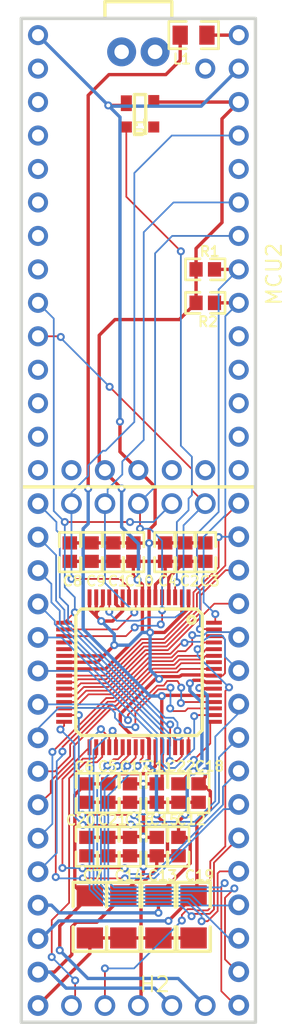
<source format=kicad_pcb>
(kicad_pcb (version 20171130) (host pcbnew "(5.1.5)-3") (page "A4") (layers (0 "F.Cu" signal) (31 "B.Cu" signal) (32 "B.Adhes" user) (33 "F.Adhes" user) (34 "B.Paste" user) (35 "F.Paste" user) (36 "B.SilkS" user) (37 "F.SilkS" user) (38 "B.Mask" user) (39 "F.Mask" user) (40 "Dwgs.User" user) (41 "Cmts.User" user) (42 "Eco1.User" user) (43 "Eco2.User" user) (44 "Edge.Cuts" user) (45 "Margin" user) (46 "B.CrtYd" user) (47 "F.CrtYd" user) (48 "B.Fab" user hide) (49 "F.Fab" user hide)) (net 0 "") (net 1 "SDOUT") (net 2 "LRCK") (net 3 "SCLK") (net 4 "SDIN") (net 5 "MCLK") (net 6 "GND") (net 7 "INT") (net 8 "MUTEC") (net 9 "OUT5-") (net 10 "OUT5+") (net 11 "OUT6+") (net 12 "OUT7+") (net 13 "OUT8-") (net 14 "OUT6-") (net 15 "OUT7-") (net 16 "OUT4+") (net 17 "OUT4-") (net 18 "+5V") (net 19 "VQ") (net 20 "FILT+_DAC") (net 21 "FILT+_ADC") (net 22 "SDA") (net 23 "IN4-") (net 24 "IN6-") (net 25 "IN6+") (net 26 "OUT3-") (net 27 "OUT3+") (net 28 "OUT1-") (net 29 "IN4+") (net 30 "IN3-") (net 31 "IN2+") (net 32 "IN2-") (net 33 "IN1-") (net 34 "IN1+") (net 35 "IN3+") (net 36 "RST") (net 37 "+3V3") (net 38 "SCL") (net 39 "OUT8+") (net 40 "S$1953") (net 41 "L1_1") (net 42 "OUT2-") (net 43 "IN5+") (net 44 "OUT2+") (net 45 "OUT1+") (net 46 "IN5-") (net 47 "S$67") (net 48 "S$69") (segment (start 6.706 27.965) (end 2.997 24.257) (width 0.132) (layer "B.Cu") (net 1)) (segment (start 2.997 24.257) (end 2.997 24.181) (width 0.132) (layer "B.Cu") (net 1)) (segment (start 8.89 36.83) (end 10.16 35.56) (width 0.132) (layer "B.Cu") (net 2)) (segment (start 10.16 35.56) (end 10.16 17.831) (width 0.132) (layer "B.Cu") (net 2)) (segment (start 10.16 17.831) (end 11.455 16.51) (width 0.132) (layer "B.Cu") (net 2)) (segment (start 11.455 16.51) (end 16.51 16.51) (width 0.132) (layer "B.Cu") (net 2)) (segment (start 16.51 13.97) (end 11.557 13.97) (width 0.132) (layer "B.Cu") (net 3)) (segment (start 11.557 13.97) (end 9.296 16.231) (width 0.132) (layer "B.Cu") (net 3)) (segment (start 9.296 16.231) (end 9.296 32.004) (width 0.132) (layer "B.Cu") (net 3)) (segment (start 9.296 32.004) (end 7.671 33.63) (width 0.132) (layer "B.Cu") (net 3)) (segment (start 7.671 33.63) (end 7.671 34.62) (width 0.132) (layer "B.Cu") (net 3)) (segment (start 7.671 34.62) (end 6.553 35.738) (width 0.132) (layer "B.Cu") (net 3)) (segment (start 6.553 35.738) (end 6.553 36.627) (width 0.132) (layer "B.Cu") (net 3)) (segment (start 6.553 36.627) (end 6.35 36.83) (width 0.132) (layer "B.Cu") (net 3)) (segment (start 3.302 38.227) (end 2.464 37.389) (width 0.132) (layer "B.Cu") (net 4)) (segment (start 2.464 37.389) (end 2.464 22.784) (width 0.132) (layer "B.Cu") (net 4)) (segment (start 2.464 22.784) (end 1.27 21.59) (width 0.132) (layer "B.Cu") (net 4)) (segment (start 3.81 36.83) (end 3.81 35.992) (width 0.132) (layer "B.Cu") (net 5)) (segment (start 3.81 35.992) (end 5.08 34.722) (width 0.132) (layer "B.Cu") (net 5)) (segment (start 5.08 34.722) (end 5.08 33.934) (width 0.132) (layer "B.Cu") (net 5)) (segment (start 5.08 33.934) (end 6.198 32.817) (width 0.132) (layer "B.Cu") (net 5)) (segment (start 6.198 32.817) (end 6.401 32.817) (width 0.132) (layer "B.Cu") (net 5)) (segment (start 6.401 32.817) (end 8.585 30.632) (width 0.132) (layer "B.Cu") (net 5)) (segment (start 8.585 30.632) (end 8.585 11.735) (width 0.132) (layer "B.Cu") (net 5)) (segment (start 8.585 11.735) (end 11.43 8.89) (width 0.132) (layer "B.Cu") (net 5)) (segment (start 11.43 8.89) (end 16.51 8.89) (width 0.132) (layer "B.Cu") (net 5)) (segment (start 6.661 6.661) (end 13.659 6.661) (width 0.254) (layer "B.Cu") (net 6)) (segment (start 13.659 6.661) (end 16.51 3.81) (width 0.254) (layer "B.Cu") (net 6)) (segment (start 12.192 68.478) (end 8.56 72.111) (width 0.132) (layer "B.Cu") (net 7)) (segment (start 8.56 72.111) (end 6.35 72.111) (width 0.132) (layer "B.Cu") (net 7)) (segment (start 13.386 47.879) (end 13.386 48.387) (width 0.132) (layer "B.Cu") (net 7)) (segment (start 13.386 48.387) (end 15.773 50.775) (width 0.132) (layer "B.Cu") (net 7)) (segment (start 2.311 71.247) (end 4.089 73.025) (width 0.132) (layer "B.Cu") (net 8)) (segment (start 7.874 65.278) (end 10.109 65.278) (width 0.132) (layer "B.Cu") (net 9)) (segment (start 10.109 65.278) (end 10.693 64.694) (width 0.132) (layer "B.Cu") (net 9)) (segment (start 10.693 64.694) (end 10.693 64.694) (width 0.132) (layer "B.Cu") (net 9)) (segment (start 10.693 64.694) (end 15.367 60.02) (width 0.132) (layer "B.Cu") (net 9)) (segment (start 15.367 60.02) (end 16.154 60.02) (width 0.132) (layer "B.Cu") (net 9)) (segment (start 16.154 60.02) (end 16.51 59.665) (width 0.132) (layer "B.Cu") (net 9)) (segment (start 7.849 64.516) (end 8.28 64.948) (width 0.132) (layer "B.Cu") (net 10)) (segment (start 8.28 64.948) (end 10.058 64.948) (width 0.132) (layer "B.Cu") (net 10)) (segment (start 10.058 64.948) (end 15.316 59.69) (width 0.132) (layer "B.Cu") (net 10)) (segment (start 15.316 59.69) (end 15.316 58.318) (width 0.132) (layer "B.Cu") (net 10)) (segment (start 15.316 58.318) (end 16.51 57.125) (width 0.132) (layer "B.Cu") (net 10)) (segment (start 2.616 65.176) (end 2.718 65.278) (width 0.132) (layer "B.Cu") (net 9)) (segment (start 2.718 65.278) (end 4.674 65.278) (width 0.132) (layer "B.Cu") (net 9)) (segment (start 3.124 64.491) (end 4.623 64.491) (width 0.132) (layer "B.Cu") (net 10)) (segment (start 4.623 64.491) (end 4.648 64.516) (width 0.132) (layer "B.Cu") (net 10)) (segment (start 6.045 53.95) (end 5.182 54.813) (width 0.132) (layer "B.Cu") (net 11)) (segment (start 5.182 54.813) (end 5.182 66.116) (width 0.132) (layer "B.Cu") (net 11)) (segment (start 5.182 66.116) (end 6.426 67.361) (width 0.132) (layer "B.Cu") (net 11)) (segment (start 6.426 67.361) (end 12.141 67.361) (width 0.132) (layer "B.Cu") (net 11)) (segment (start 12.141 67.361) (end 12.929 68.148) (width 0.132) (layer "B.Cu") (net 11)) (segment (start 7.29 56.744) (end 6.045 57.988) (width 0.132) (layer "B.Cu") (net 12)) (segment (start 6.045 57.988) (end 6.045 65.811) (width 0.132) (layer "B.Cu") (net 12)) (segment (start 6.045 65.811) (end 6.756 66.523) (width 0.132) (layer "B.Cu") (net 12)) (segment (start 6.756 66.523) (end 12.903 66.523) (width 0.132) (layer "B.Cu") (net 12)) (segment (start 12.903 66.523) (end 13.716 67.335) (width 0.132) (layer "B.Cu") (net 12)) (segment (start 13.716 67.335) (end 16.459 67.335) (width 0.132) (layer "B.Cu") (net 12)) (segment (start 16.459 67.335) (end 16.51 67.285) (width 0.132) (layer "B.Cu") (net 12)) (segment (start 8.839 56.744) (end 6.604 58.979) (width 0.132) (layer "B.Cu") (net 13)) (segment (start 6.604 58.979) (end 6.604 65.532) (width 0.132) (layer "B.Cu") (net 13)) (segment (start 6.604 65.532) (end 7.036 65.964) (width 0.132) (layer "B.Cu") (net 13)) (segment (start 7.036 65.964) (end 15.113 65.964) (width 0.132) (layer "B.Cu") (net 13)) (segment (start 15.113 65.964) (end 15.443 65.634) (width 0.132) (layer "B.Cu") (net 13)) (segment (start 6.934 54.077) (end 5.486 55.524) (width 0.132) (layer "B.Cu") (net 14)) (segment (start 5.486 55.524) (end 5.486 66.04) (width 0.132) (layer "B.Cu") (net 14)) (segment (start 5.486 66.04) (end 6.528 67.081) (width 0.132) (layer "B.Cu") (net 14)) (segment (start 6.528 67.081) (end 12.626 67.081) (width 0.132) (layer "B.Cu") (net 14)) (segment (start 12.626 67.081) (end 13.691 68.13) (width 0.132) (layer "B.Cu") (net 14)) (segment (start 13.691 68.13) (end 13.691 68.529) (width 0.132) (layer "B.Cu") (net 14)) (segment (start 6.528 56.718) (end 5.766 57.633) (width 0.132) (layer "B.Cu") (net 15)) (segment (start 5.766 57.633) (end 5.766 65.938) (width 0.132) (layer "B.Cu") (net 15)) (segment (start 5.766 65.938) (end 6.629 66.802) (width 0.132) (layer "B.Cu") (net 15)) (segment (start 6.629 66.802) (end 12.751 66.802) (width 0.132) (layer "B.Cu") (net 15)) (segment (start 12.751 66.802) (end 15.773 69.825) (width 0.132) (layer "B.Cu") (net 15)) (segment (start 15.773 69.825) (end 16.51 69.825) (width 0.132) (layer "B.Cu") (net 15)) (segment (start 8.56 60.477) (end 8.56 60.549) (width 0.132) (layer "B.Cu") (net 16)) (segment (start 8.56 60.549) (end 8.997 60.985) (width 0.132) (layer "B.Cu") (net 16)) (segment (start 8.997 60.985) (end 13.157 60.985) (width 0.132) (layer "B.Cu") (net 16)) (segment (start 13.157 60.985) (end 14.732 59.411) (width 0.132) (layer "B.Cu") (net 16)) (segment (start 14.732 59.411) (end 14.732 54.508) (width 0.132) (layer "B.Cu") (net 16)) (segment (start 14.732 54.508) (end 16.51 52.73) (width 0.132) (layer "B.Cu") (net 16)) (segment (start 16.51 52.73) (end 16.51 52.045) (width 0.132) (layer "B.Cu") (net 16)) (segment (start 8.306 61.189) (end 8.641 61.189) (width 0.132) (layer "B.Cu") (net 17)) (segment (start 8.641 61.189) (end 8.743 61.29) (width 0.132) (layer "B.Cu") (net 17)) (segment (start 8.743 61.29) (end 13.233 61.29) (width 0.132) (layer "B.Cu") (net 17)) (segment (start 13.233 61.29) (end 14.173 60.35) (width 0.132) (layer "B.Cu") (net 17)) (segment (start 14.173 60.35) (end 15.011 59.512) (width 0.132) (layer "B.Cu") (net 17)) (segment (start 15.011 59.512) (end 15.011 58.217) (width 0.132) (layer "B.Cu") (net 17)) (segment (start 15.011 58.217) (end 15.011 56.083) (width 0.132) (layer "B.Cu") (net 17)) (segment (start 15.011 56.083) (end 16.51 54.585) (width 0.132) (layer "B.Cu") (net 17)) (segment (start 2.972 53.975) (end 4.039 55.042) (width 0.132) (layer "B.Cu") (net 17)) (segment (start 4.039 55.042) (end 4.039 60.579) (width 0.132) (layer "B.Cu") (net 17)) (segment (start 4.039 60.579) (end 4.674 61.214) (width 0.132) (layer "B.Cu") (net 17)) (segment (start 4.369 52.883) (end 4.369 60.173) (width 0.132) (layer "B.Cu") (net 16)) (segment (start 4.369 60.173) (end 4.648 60.452) (width 0.132) (layer "B.Cu") (net 16)) (segment (start 11.43 74.93) (end 10.109 73.609) (width 0.254) (layer "B.Cu") (net 18)) (segment (start 10.109 73.609) (end 3.404 73.609) (width 0.254) (layer "B.Cu") (net 18)) (segment (start 3.404 73.609) (end 2.184 72.39) (width 0.254) (layer "B.Cu") (net 18)) (segment (start 2.184 72.39) (end 1.27 72.39) (width 0.254) (layer "B.Cu") (net 18)) (segment (start 2.921 70.739) (end 5.055 72.873) (width 0.254) (layer "B.Cu") (net 19)) (segment (start 5.055 72.873) (end 11.913 72.873) (width 0.254) (layer "B.Cu") (net 19)) (segment (start 11.913 72.873) (end 13.97 74.93) (width 0.254) (layer "B.Cu") (net 19)) (segment (start 11.176 68.504) (end 2.845 68.504) (width 0.254) (layer "B.Cu") (net 20)) (segment (start 2.845 68.504) (end 1.499 69.85) (width 0.254) (layer "B.Cu") (net 20)) (segment (start 1.499 69.85) (end 1.27 69.85) (width 0.254) (layer "B.Cu") (net 20)) (segment (start 10.414 67.894) (end 2.87 67.894) (width 0.254) (layer "B.Cu") (net 21)) (segment (start 2.87 67.894) (end 2.286 67.31) (width 0.254) (layer "B.Cu") (net 21)) (segment (start 2.286 67.31) (end 1.27 67.31) (width 0.254) (layer "B.Cu") (net 21)) (segment (start 9.576 56.54) (end 10.262 57.226) (width 0.254) (layer "B.Cu") (net 6)) (segment (start 10.262 57.226) (end 10.262 60.427) (width 0.254) (layer "B.Cu") (net 6)) (segment (start 16.51 21.59) (end 15.494 22.606) (width 0.132) (layer "B.Cu") (net 22)) (segment (start 15.494 22.606) (end 15.494 37.719) (width 0.132) (layer "B.Cu") (net 22)) (segment (start 15.494 37.719) (end 13.843 39.37) (width 0.132) (layer "B.Cu") (net 22)) (segment (start 13.843 39.37) (end 13.843 44.323) (width 0.132) (layer "B.Cu") (net 22)) (segment (start 13.843 44.323) (end 14.351 44.831) (width 0.132) (layer "B.Cu") (net 22)) (segment (start 14.351 44.831) (end 14.732 45.212) (width 0.132) (layer "B.Cu") (net 22)) (segment (start 7.061 47.574) (end 7.061 46.736) (width 0.254) (layer "B.Cu") (net 6)) (segment (start 7.061 46.736) (end 6.071 45.745) (width 0.254) (layer "B.Cu") (net 6)) (segment (start 9.779 46.609) (end 9.162 46.609) (width 0.254) (layer "B.Cu") (net 6)) (segment (start 9.162 46.609) (end 8.207 47.574) (width 0.254) (layer "B.Cu") (net 6)) (segment (start 8.207 47.574) (end 7.061 47.574) (width 0.254) (layer "B.Cu") (net 6)) (segment (start 9.779 46.609) (end 9.779 49.454) (width 0.254) (layer "B.Cu") (net 6)) (segment (start 9.779 49.454) (end 10.465 50.14) (width 0.254) (layer "B.Cu") (net 6)) (segment (start 1.27 54.61) (end 1.27 53.899) (width 0.132) (layer "B.Cu") (net 23)) (segment (start 1.27 53.899) (end 2.837 52.332) (width 0.132) (layer "B.Cu") (net 23)) (segment (start 2.837 52.332) (end 6.749 52.342) (width 0.132) (layer "B.Cu") (net 23)) (segment (start 6.749 52.342) (end 7.112 52.705) (width 0.132) (layer "B.Cu") (net 23)) (segment (start 7.112 52.705) (end 7.112 53.086) (width 0.132) (layer "B.Cu") (net 23)) (segment (start 7.112 53.086) (end 7.823 53.797) (width 0.132) (layer "B.Cu") (net 23)) (segment (start 7.823 53.797) (end 8.661 53.797) (width 0.132) (layer "B.Cu") (net 23)) (segment (start 3.124 55.651) (end 3.124 55.956) (width 0.132) (layer "B.Cu") (net 24)) (segment (start 3.124 55.956) (end 2.692 56.388) (width 0.132) (layer "B.Cu") (net 24)) (segment (start 2.692 56.388) (end 2.692 63.348) (width 0.132) (layer "B.Cu") (net 24)) (segment (start 2.692 63.348) (end 1.27 64.77) (width 0.132) (layer "B.Cu") (net 24)) (segment (start 2.362 55.677) (end 2.362 61.138) (width 0.132) (layer "B.Cu") (net 25)) (segment (start 2.362 61.138) (end 1.27 62.23) (width 0.132) (layer "B.Cu") (net 25)) (segment (start 16.51 49.505) (end 15.469 48.463) (width 0.132) (layer "B.Cu") (net 26)) (segment (start 15.469 48.463) (end 15.469 47.142) (width 0.132) (layer "B.Cu") (net 26)) (segment (start 15.469 47.142) (end 15.291 46.863) (width 0.132) (layer "B.Cu") (net 26)) (segment (start 15.291 46.863) (end 14.364 46.868) (width 0.132) (layer "B.Cu") (net 26)) (segment (start 14.364 46.868) (end 13.673 47.32) (width 0.132) (layer "B.Cu") (net 26)) (segment (start 13.673 47.32) (end 12.471 47.32) (width 0.132) (layer "B.Cu") (net 26)) (segment (start 12.471 47.32) (end 12.395 47.396) (width 0.132) (layer "B.Cu") (net 26)) (segment (start 16.51 46.965) (end 16.129 46.584) (width 0.132) (layer "B.Cu") (net 27)) (segment (start 16.129 46.584) (end 14.128 46.584) (width 0.132) (layer "B.Cu") (net 27)) (segment (start 14.128 46.584) (end 13.792 46.863) (width 0.132) (layer "B.Cu") (net 27)) (segment (start 13.792 46.863) (end 12.979 46.863) (width 0.132) (layer "B.Cu") (net 27)) (segment (start 12.979 46.863) (end 12.979 46.812) (width 0.132) (layer "B.Cu") (net 27)) (segment (start 14.986 39.37) (end 15.011 39.345) (width 0.132) (layer "B.Cu") (net 28)) (segment (start 15.011 39.345) (end 16.51 39.345) (width 0.132) (layer "B.Cu") (net 28)) (segment (start 12.141 50.775) (end 12.141 51.943) (width 0.132) (layer "B.Cu") (net 29)) (segment (start 12.141 51.943) (end 12.116 51.968) (width 0.132) (layer "B.Cu") (net 29)) (segment (start 11.328 50.8) (end 11.328 52.349) (width 0.132) (layer "B.Cu") (net 23)) (segment (start 11.328 52.349) (end 11.303 52.375) (width 0.132) (layer "B.Cu") (net 23)) (segment (start 1.27 52.07) (end 6.909 52.07) (width 0.132) (layer "B.Cu") (net 29)) (segment (start 6.909 52.07) (end 8.103 53.264) (width 0.132) (layer "B.Cu") (net 29)) (segment (start 1.27 49.53) (end 5.131 49.53) (width 0.132) (layer "B.Cu") (net 30)) (segment (start 5.131 49.53) (end 10.287 54.686) (width 0.132) (layer "B.Cu") (net 30)) (segment (start 10.287 54.686) (end 10.287 56.515) (width 0.132) (layer "B.Cu") (net 30)) (segment (start 10.287 56.515) (end 11.049 57.277) (width 0.132) (layer "B.Cu") (net 30)) (segment (start 11.049 57.277) (end 12.202 57.277) (width 0.132) (layer "B.Cu") (net 30)) (segment (start 12.202 57.277) (end 13.106 56.286) (width 0.132) (layer "B.Cu") (net 30)) (segment (start 1.27 41.91) (end 2.286 42.926) (width 0.132) (layer "B.Cu") (net 31)) (segment (start 2.286 42.926) (end 2.286 44.323) (width 0.132) (layer "B.Cu") (net 31)) (segment (start 2.286 44.323) (end 2.921 44.958) (width 0.132) (layer "B.Cu") (net 31)) (segment (start 2.921 44.958) (end 2.921 45.847) (width 0.132) (layer "B.Cu") (net 31)) (segment (start 2.921 45.847) (end 2.921 45.974) (width 0.132) (layer "B.Cu") (net 31)) (segment (start 2.921 45.974) (end 11.684 54.737) (width 0.132) (layer "B.Cu") (net 31)) (segment (start 11.684 54.737) (end 12.065 54.737) (width 0.132) (layer "B.Cu") (net 31)) (segment (start 12.065 54.737) (end 12.624 54.178) (width 0.132) (layer "B.Cu") (net 31)) (segment (start 12.624 54.178) (end 12.624 54.077) (width 0.132) (layer "B.Cu") (net 31)) (segment (start 1.27 44.45) (end 2.54 45.72) (width 0.132) (layer "B.Cu") (net 32)) (segment (start 2.54 45.72) (end 2.54 45.974) (width 0.132) (layer "B.Cu") (net 32)) (segment (start 2.54 45.974) (end 11.278 54.712) (width 0.132) (layer "B.Cu") (net 32)) (segment (start 11.278 54.712) (end 11.278 56.363) (width 0.132) (layer "B.Cu") (net 32)) (segment (start 1.27 39.37) (end 2.642 40.742) (width 0.132) (layer "B.Cu") (net 33)) (segment (start 2.642 40.742) (end 2.642 44.196) (width 0.132) (layer "B.Cu") (net 33)) (segment (start 2.642 44.196) (end 3.277 44.907) (width 0.132) (layer "B.Cu") (net 33)) (segment (start 3.277 44.907) (end 3.277 45.847) (width 0.132) (layer "B.Cu") (net 33)) (segment (start 3.277 45.847) (end 9.5 52.07) (width 0.132) (layer "B.Cu") (net 33)) (segment (start 9.5 52.07) (end 11.024 53.594) (width 0.132) (layer "B.Cu") (net 33)) (segment (start 11.024 53.594) (end 11.303 53.594) (width 0.132) (layer "B.Cu") (net 33)) (segment (start 1.27 36.83) (end 2.67 38.23) (width 0.132) (layer "B.Cu") (net 34)) (segment (start 2.67 38.23) (end 2.667 38.862) (width 0.132) (layer "B.Cu") (net 34)) (segment (start 2.667 38.862) (end 2.921 39.116) (width 0.132) (layer "B.Cu") (net 34)) (segment (start 2.921 39.116) (end 2.921 43.942) (width 0.132) (layer "B.Cu") (net 34)) (segment (start 2.921 43.942) (end 3.556 44.577) (width 0.132) (layer "B.Cu") (net 34)) (segment (start 3.556 44.577) (end 3.553 45.717) (width 0.132) (layer "B.Cu") (net 34)) (segment (start 3.553 45.717) (end 10.922 53.086) (width 0.132) (layer "B.Cu") (net 34)) (segment (start 10.922 53.086) (end 11.557 53.086) (width 0.132) (layer "B.Cu") (net 34)) (segment (start 11.557 53.086) (end 11.862 53.442) (width 0.132) (layer "B.Cu") (net 34)) (segment (start 11.862 53.442) (end 11.862 54.077) (width 0.132) (layer "B.Cu") (net 34)) (segment (start 9.271 62.103) (end 9.271 64.389) (width 0.254) (layer "B.Cu") (net 18)) (segment (start 13.081 57.15) (end 12.598 57.633) (width 0.254) (layer "B.Cu") (net 21)) (segment (start 12.598 57.633) (end 12.598 60.071) (width 0.254) (layer "B.Cu") (net 21)) (segment (start 12.598 60.071) (end 12.446 60.452) (width 0.254) (layer "B.Cu") (net 21)) (segment (start 12.802 50.47) (end 12.802 51.041) (width 0.254) (layer "B.Cu") (net 21)) (segment (start 12.802 51.041) (end 13.716 51.93) (width 0.254) (layer "B.Cu") (net 21)) (segment (start 13.716 51.93) (end 13.716 56.49) (width 0.254) (layer "B.Cu") (net 21)) (segment (start 13.716 56.49) (end 13.056 57.15) (width 0.254) (layer "B.Cu") (net 21)) (segment (start 13.056 57.15) (end 13.208 57.15) (width 0.254) (layer "B.Cu") (net 21)) (segment (start 1.27 46.99) (end 3.048 46.99) (width 0.132) (layer "B.Cu") (net 35)) (segment (start 3.048 46.99) (end 10.795 54.737) (width 0.132) (layer "B.Cu") (net 35)) (segment (start 10.795 54.737) (end 10.795 55.753) (width 0.132) (layer "B.Cu") (net 35)) (segment (start 10.795 55.753) (end 10.668 55.88) (width 0.132) (layer "B.Cu") (net 35)) (segment (start 10.668 55.88) (end 10.668 56.515) (width 0.132) (layer "B.Cu") (net 35)) (segment (start 10.668 56.515) (end 11.049 56.896) (width 0.132) (layer "B.Cu") (net 35)) (segment (start 11.049 56.896) (end 11.684 56.896) (width 0.132) (layer "B.Cu") (net 35)) (segment (start 11.684 56.896) (end 13.132 55.448) (width 0.132) (layer "B.Cu") (net 35)) (segment (start 13.132 55.448) (end 13.132 52.959) (width 0.132) (layer "B.Cu") (net 35)) (segment (start 6.35 36.83) (end 6.35 42.85) (width 0.132) (layer "B.Cu") (net 3)) (segment (start 6.35 42.85) (end 8.585 45.085) (width 0.132) (layer "B.Cu") (net 3)) (segment (start 11.811 42.799) (end 11.811 38.227) (width 0.132) (layer "B.Cu") (net 36)) (segment (start 11.811 38.227) (end 12.7 37.338) (width 0.132) (layer "B.Cu") (net 36)) (segment (start 12.7 37.338) (end 12.7 36.449) (width 0.132) (layer "B.Cu") (net 36)) (segment (start 12.7 36.449) (end 12.954 36.195) (width 0.132) (layer "B.Cu") (net 36)) (segment (start 12.954 36.195) (end 12.954 33.274) (width 0.132) (layer "B.Cu") (net 36)) (segment (start 12.954 33.274) (end 12.116 32.436) (width 0.132) (layer "B.Cu") (net 36)) (segment (start 12.116 32.436) (end 12.116 17.678) (width 0.132) (layer "B.Cu") (net 36)) (segment (start 9.017 38.735) (end 9.779 38.735) (width 0.132) (layer "B.Cu") (net 2)) (segment (start 9.779 38.735) (end 10.693 39.649) (width 0.132) (layer "B.Cu") (net 2)) (segment (start 10.693 39.649) (end 10.693 44.933) (width 0.132) (layer "B.Cu") (net 2)) (segment (start 3.81 36.83) (end 3.81 42.545) (width 0.132) (layer "B.Cu") (net 5)) (segment (start 3.302 38.227) (end 3.302 43.18) (width 0.132) (layer "B.Cu") (net 4)) (segment (start 3.302 43.18) (end 4.064 43.942) (width 0.132) (layer "B.Cu") (net 4)) (segment (start 4.064 43.942) (end 4.064 45.085) (width 0.132) (layer "B.Cu") (net 4)) (segment (start 11.43 36.83) (end 10.033 38.227) (width 0.132) (layer "B.Cu") (net 4)) (segment (start 10.033 38.227) (end 8.255 38.227) (width 0.132) (layer "B.Cu") (net 4)) (segment (start 6.68 45.034) (end 6.68 45.161) (width 0.132) (layer "B.Cu") (net 1)) (segment (start 6.68 45.161) (end 7.239 45.72) (width 0.132) (layer "B.Cu") (net 1)) (segment (start 7.239 45.72) (end 8.913 45.72) (width 0.132) (layer "B.Cu") (net 1)) (segment (start 8.913 45.72) (end 9.55 45.466) (width 0.132) (layer "B.Cu") (net 1)) (segment (start 9.55 45.466) (end 11.679 45.466) (width 0.132) (layer "B.Cu") (net 1)) (segment (start 11.679 45.466) (end 12.319 45.009) (width 0.132) (layer "B.Cu") (net 1)) (segment (start 12.319 45.009) (end 12.319 38.481) (width 0.132) (layer "B.Cu") (net 1)) (segment (start 12.319 38.481) (end 13.97 36.83) (width 0.132) (layer "B.Cu") (net 1)) (segment (start 8.827 42.609) (end 8.89 42.545) (width 0.254) (layer "B.Cu") (net 37)) (segment (start 8.89 42.545) (end 8.89 39.878) (width 0.254) (layer "B.Cu") (net 37)) (segment (start 8.89 39.878) (end 7.62 38.608) (width 0.254) (layer "B.Cu") (net 37)) (segment (start 7.62 38.608) (end 7.62 35.689) (width 0.254) (layer "B.Cu") (net 37)) (segment (start 10.668 51.435) (end 9.779 51.435) (width 0.254) (layer "B.Cu") (net 18)) (segment (start 9.779 51.435) (end 4.699 46.355) (width 0.254) (layer "B.Cu") (net 18)) (segment (start 4.699 46.355) (end 4.699 38.735) (width 0.254) (layer "B.Cu") (net 18)) (segment (start 4.699 38.735) (end 5.08 38.354) (width 0.254) (layer "B.Cu") (net 18)) (segment (start 5.08 38.354) (end 5.08 35.687) (width 0.254) (layer "B.Cu") (net 18)) (segment (start 9.271 58.101) (end 9.271 60.198) (width 0.254) (layer "B.Cu") (net 18)) (segment (start 6.604 6.604) (end 7.493 7.493) (width 0.254) (layer "B.Cu") (net 6)) (segment (start 7.493 7.493) (end 7.493 30.607) (width 0.254) (layer "B.Cu") (net 6)) (segment (start 1.27 1.27) (end 6.604 6.604) (width 0.254) (layer "B.Cu") (net 6)) (segment (start 8.611 46.228) (end 8.738 46.101) (width 0.132) (layer "B.Cu") (net 2)) (segment (start 8.738 46.101) (end 10.49 46.101) (width 0.132) (layer "B.Cu") (net 2)) (segment (start 10.49 46.101) (end 10.592 45.999) (width 0.132) (layer "B.Cu") (net 2)) (segment (start 9.703 42.596) (end 9.703 39.827) (width 0.254) (layer "B.Cu") (net 6)) (segment (start 16.51 19.05) (end 14.986 20.574) (width 0.132) (layer "B.Cu") (net 38)) (segment (start 14.986 20.574) (end 14.986 35.052) (width 0.132) (layer "B.Cu") (net 38)) (segment (start 13.564 50.876) (end 14.122 51.374) (width 0.254) (layer "B.Cu") (net 20)) (segment (start 14.122 51.374) (end 14.122 56.998) (width 0.254) (layer "B.Cu") (net 20)) (segment (start 14.122 56.998) (end 13.97 57.15) (width 0.254) (layer "B.Cu") (net 20)) (segment (start 13.564 46.355) (end 13.564 43.409) (width 0.132) (layer "B.Cu") (net 38)) (segment (start 13.564 43.409) (end 13.335 43.18) (width 0.132) (layer "B.Cu") (net 38)) (segment (start 13.335 43.18) (end 13.335 39.116) (width 0.132) (layer "B.Cu") (net 38)) (segment (start 13.335 39.116) (end 14.986 37.465) (width 0.132) (layer "B.Cu") (net 38)) (segment (start 14.986 37.465) (end 14.986 20.574) (width 0.132) (layer "B.Cu") (net 38)) (segment (start 14.986 20.574) (end 16.51 19.05) (width 0.132) (layer "B.Cu") (net 38)) (segment (start 8.052 56.744) (end 6.325 58.471) (width 0.132) (layer "B.Cu") (net 39)) (segment (start 6.325 58.471) (end 6.325 65.71) (width 0.132) (layer "B.Cu") (net 39)) (segment (start 6.325 65.71) (end 6.858 66.243) (width 0.132) (layer "B.Cu") (net 39)) (segment (start 6.858 66.243) (end 15.24 66.243) (width 0.132) (layer "B.Cu") (net 39)) (segment (start 15.24 66.243) (end 15.977 66.243) (width 0.132) (layer "B.Cu") (net 39)) (segment (start 15.977 66.243) (end 16.18 66.04) (width 0.132) (layer "B.Cu") (net 39)) (gr_line (start 0 0) (end 0 76.2) (width 0.254) (layer "Edge.Cuts")) (gr_line (start 0 76.2) (end 17.78 76.2) (width 0.254) (layer "Edge.Cuts")) (gr_line (start 17.78 76.2) (end 17.78 0) (width 0.254) (layer "Edge.Cuts")) (gr_line (start 17.78 0) (end 0 0) (width 0.254) (layer "Edge.Cuts")) (segment (start 14.097 1.27) (end 16.51 1.27) (width 0.254) (layer "F.Cu") (net 41)) (segment (start 1.27 24.13) (end 2.946 24.13) (width 0.132) (layer "F.Cu") (net 1)) (segment (start 2.946 24.13) (end 2.997 24.181) (width 0.132) (layer "F.Cu") (net 1)) (segment (start 6.35 34.29) (end 5.918 34.29) (width 0.254) (layer "F.Cu") (net 37)) (segment (start 5.918 34.29) (end 5.918 24.054) (width 0.254) (layer "F.Cu") (net 37)) (segment (start 5.918 24.054) (end 7.112 22.86) (width 0.254) (layer "F.Cu") (net 37)) (segment (start 7.112 22.86) (end 11.999 22.86) (width 0.254) (layer "F.Cu") (net 37)) (segment (start 11.999 22.86) (end 13.269 21.59) (width 0.254) (layer "F.Cu") (net 37)) (segment (start 13.97 36.83) (end 12.954 35.814) (width 0.132) (layer "F.Cu") (net 1)) (segment (start 12.954 35.814) (end 12.954 34.214) (width 0.132) (layer "F.Cu") (net 1)) (segment (start 12.954 34.214) (end 6.706 27.965) (width 0.132) (layer "F.Cu") (net 1)) (segment (start 6.35 34.29) (end 6.35 34.419) (width 0.254) (layer "F.Cu") (net 37)) (segment (start 6.35 34.419) (end 7.62 35.689) (width 0.254) (layer "F.Cu") (net 37)) (segment (start 6.35 72.111) (end 6.35 74.93) (width 0.132) (layer "F.Cu") (net 7)) (segment (start 15.773 50.775) (end 15.494 51.054) (width 0.132) (layer "F.Cu") (net 7)) (segment (start 15.494 51.054) (end 15.494 62.84) (width 0.132) (layer "F.Cu") (net 7)) (segment (start 15.494 62.84) (end 14.351 63.983) (width 0.132) (layer "F.Cu") (net 7)) (segment (start 14.351 63.983) (end 14.351 65.626) (width 0.132) (layer "F.Cu") (net 7)) (segment (start 15.773 50.775) (end 15.494 51.054) (width 0.132) (layer "F.Cu") (net 7)) (segment (start 15.494 51.054) (end 15.494 62.84) (width 0.132) (layer "F.Cu") (net 7)) (segment (start 15.494 62.84) (end 14.351 63.983) (width 0.132) (layer "F.Cu") (net 7)) (segment (start 14.351 63.983) (end 14.351 65.626) (width 0.132) (layer "F.Cu") (net 7)) (segment (start 14.351 65.626) (end 14.351 67.513) (width 0.132) (layer "F.Cu") (net 7)) (segment (start 14.351 67.513) (end 14.156 67.709) (width 0.132) (layer "F.Cu") (net 7)) (segment (start 14.156 67.709) (end 13.233 67.709) (width 0.132) (layer "F.Cu") (net 7)) (segment (start 13.233 67.709) (end 13.14 67.615) (width 0.132) (layer "F.Cu") (net 7)) (segment (start 13.14 67.615) (end 12.649 67.615) (width 0.132) (layer "F.Cu") (net 7)) (segment (start 12.649 67.615) (end 12.624 67.615) (width 0.132) (layer "F.Cu") (net 7)) (segment (start 12.624 67.615) (end 12.192 68.047) (width 0.132) (layer "F.Cu") (net 7)) (segment (start 12.192 68.047) (end 12.192 68.478) (width 0.132) (layer "F.Cu") (net 7)) (segment (start 14.63 47.371) (end 13.894 47.371) (width 0.132) (layer "F.Cu") (net 7)) (segment (start 13.894 47.371) (end 13.386 47.879) (width 0.132) (layer "F.Cu") (net 7)) (segment (start 4.089 73.025) (end 4.089 74.651) (width 0.132) (layer "F.Cu") (net 8)) (segment (start 4.089 74.651) (end 3.81 74.93) (width 0.132) (layer "F.Cu") (net 8)) (segment (start 6.198 55.321) (end 6.147 55.372) (width 0.132) (layer "F.Cu") (net 8)) (segment (start 6.147 55.372) (end 6.147 56.058) (width 0.132) (layer "F.Cu") (net 8)) (segment (start 6.147 56.058) (end 5.74 56.464) (width 0.132) (layer "F.Cu") (net 8)) (segment (start 5.74 56.464) (end 4.851 56.464) (width 0.132) (layer "F.Cu") (net 8)) (segment (start 4.851 56.464) (end 3.632 57.683) (width 0.132) (layer "F.Cu") (net 8)) (segment (start 3.632 57.683) (end 3.632 66.472) (width 0.132) (layer "F.Cu") (net 8)) (segment (start 6.198 55.321) (end 6.147 55.372) (width 0.132) (layer "F.Cu") (net 8)) (segment (start 6.147 55.372) (end 6.147 56.058) (width 0.132) (layer "F.Cu") (net 8)) (segment (start 6.147 56.058) (end 5.74 56.464) (width 0.132) (layer "F.Cu") (net 8)) (segment (start 5.74 56.464) (end 4.851 56.464) (width 0.132) (layer "F.Cu") (net 8)) (segment (start 4.851 56.464) (end 3.632 57.683) (width 0.132) (layer "F.Cu") (net 8)) (segment (start 3.632 57.683) (end 3.632 66.472) (width 0.132) (layer "F.Cu") (net 8)) (segment (start 3.632 66.472) (end 3.632 67.132) (width 0.132) (layer "F.Cu") (net 8)) (segment (start 3.632 67.132) (end 2.565 68.199) (width 0.132) (layer "F.Cu") (net 8)) (segment (start 2.565 68.199) (end 2.311 68.453) (width 0.132) (layer "F.Cu") (net 8)) (segment (start 2.311 68.453) (end 2.311 71.247) (width 0.132) (layer "F.Cu") (net 8)) (segment (start 4.674 65.278) (end 7.874 65.278) (width 0.132) (layer "F.Cu") (net 9)) (segment (start 4.648 64.516) (end 7.849 64.516) (width 0.132) (layer "F.Cu") (net 10)) (segment (start 16.18 66.04) (end 15.469 66.751) (width 0.132) (layer "F.Cu") (net 39)) (segment (start 15.469 66.751) (end 15.469 71.425) (width 0.132) (layer "F.Cu") (net 39)) (segment (start 15.469 71.425) (end 16.408 72.365) (width 0.132) (layer "F.Cu") (net 39)) (segment (start 16.408 72.365) (end 16.51 72.365) (width 0.132) (layer "F.Cu") (net 39)) (segment (start 15.443 65.634) (end 15.189 65.888) (width 0.132) (layer "F.Cu") (net 13)) (segment (start 15.189 65.888) (end 15.189 73.838) (width 0.132) (layer "F.Cu") (net 13)) (segment (start 15.189 73.838) (end 16.256 74.905) (width 0.132) (layer "F.Cu") (net 13)) (segment (start 16.256 74.905) (end 16.51 74.905) (width 0.132) (layer "F.Cu") (net 13)) (segment (start 13.691 68.529) (end 14.148 68.529) (width 0.132) (layer "F.Cu") (net 14)) (segment (start 14.148 68.529) (end 14.91 67.765) (width 0.132) (layer "F.Cu") (net 14)) (segment (start 14.91 67.765) (end 14.91 64.897) (width 0.132) (layer "F.Cu") (net 14)) (segment (start 14.91 64.897) (end 15.062 64.745) (width 0.132) (layer "F.Cu") (net 14)) (segment (start 15.062 64.745) (end 16.51 64.745) (width 0.132) (layer "F.Cu") (net 14)) (segment (start 12.929 68.148) (end 13.106 67.97) (width 0.132) (layer "F.Cu") (net 11)) (segment (start 13.106 67.97) (end 14.3 67.97) (width 0.132) (layer "F.Cu") (net 11)) (segment (start 14.3 67.97) (end 14.63 67.64) (width 0.132) (layer "F.Cu") (net 11)) (segment (start 14.63 67.64) (end 14.63 64.084) (width 0.132) (layer "F.Cu") (net 11)) (segment (start 14.63 64.084) (end 16.51 62.205) (width 0.132) (layer "F.Cu") (net 11)) (segment (start 4.674 61.214) (end 8.28 61.214) (width 0.132) (layer "F.Cu") (net 17)) (segment (start 8.28 61.214) (end 8.306 61.189) (width 0.132) (layer "F.Cu") (net 17)) (segment (start 4.648 60.452) (end 8.534 60.452) (width 0.132) (layer "F.Cu") (net 16)) (segment (start 8.534 60.452) (end 8.56 60.477) (width 0.132) (layer "F.Cu") (net 16)) (segment (start 7.696 55.321) (end 7.696 55.88) (width 0.132) (layer "F.Cu") (net 15)) (segment (start 7.696 55.88) (end 7.341 56.236) (width 0.132) (layer "F.Cu") (net 15)) (segment (start 7.341 56.236) (end 7.01 56.236) (width 0.132) (layer "F.Cu") (net 15)) (segment (start 7.01 56.236) (end 6.528 56.718) (width 0.132) (layer "F.Cu") (net 15)) (segment (start 8.179 55.321) (end 8.179 55.905) (width 0.132) (layer "F.Cu") (net 12)) (segment (start 8.179 55.905) (end 7.518 56.566) (width 0.132) (layer "F.Cu") (net 12)) (segment (start 7.518 56.566) (end 7.468 56.566) (width 0.132) (layer "F.Cu") (net 12)) (segment (start 7.468 56.566) (end 7.29 56.744) (width 0.132) (layer "F.Cu") (net 12)) (segment (start 8.687 55.321) (end 8.687 56.109) (width 0.132) (layer "F.Cu") (net 39)) (segment (start 8.687 56.109) (end 8.052 56.744) (width 0.132) (layer "F.Cu") (net 39)) (segment (start 9.195 55.321) (end 9.22 55.347) (width 0.132) (layer "F.Cu") (net 13)) (segment (start 9.22 55.347) (end 9.22 56.109) (width 0.132) (layer "F.Cu") (net 13)) (segment (start 9.22 56.109) (end 9.045 56.284) (width 0.132) (layer "F.Cu") (net 13)) (segment (start 9.045 56.284) (end 9.042 56.464) (width 0.132) (layer "F.Cu") (net 13)) (segment (start 9.042 56.464) (end 8.839 56.744) (width 0.132) (layer "F.Cu") (net 13)) (segment (start 7.188 55.321) (end 7.188 54.331) (width 0.132) (layer "F.Cu") (net 14)) (segment (start 7.188 54.331) (end 6.934 54.077) (width 0.132) (layer "F.Cu") (net 14)) (segment (start 6.68 55.321) (end 6.68 54.585) (width 0.132) (layer "F.Cu") (net 11)) (segment (start 6.68 54.585) (end 6.045 53.95) (width 0.132) (layer "F.Cu") (net 11)) (segment (start 5.69 55.321) (end 5.69 56.058) (width 0.132) (layer "F.Cu") (net 10)) (segment (start 5.69 56.058) (end 5.563 56.185) (width 0.132) (layer "F.Cu") (net 10)) (segment (start 5.563 56.185) (end 4.686 56.185) (width 0.132) (layer "F.Cu") (net 10)) (segment (start 4.686 56.185) (end 3.124 57.747) (width 0.132) (layer "F.Cu") (net 10)) (segment (start 3.124 57.747) (end 3.124 64.491) (width 0.132) (layer "F.Cu") (net 10)) (segment (start 5.182 55.321) (end 2.616 57.887) (width 0.132) (layer "F.Cu") (net 9)) (segment (start 2.616 57.887) (end 2.616 65.176) (width 0.132) (layer "F.Cu") (net 9)) (segment (start 5.207 66.599) (end 2.921 68.885) (width 0.254) (layer "F.Cu") (net 19)) (segment (start 2.921 68.885) (end 2.921 70.739) (width 0.254) (layer "F.Cu") (net 19)) (segment (start 13.081 66.599) (end 11.176 68.504) (width 0.254) (layer "F.Cu") (net 20)) (segment (start 11.176 68.504) (end 11.176 68.504) (width 0.254) (layer "F.Cu") (net 20)) (segment (start 10.414 66.599) (end 10.414 67.894) (width 0.254) (layer "F.Cu") (net 21)) (segment (start 8.89 74.93) (end 9.093 74.727) (width 0.254) (layer "F.Cu") (net 6)) (segment (start 9.093 74.727) (end 9.093 69.799) (width 0.254) (layer "F.Cu") (net 6)) (segment (start 9.093 69.799) (end 9.093 69.799) (width 0.254) (layer "F.Cu") (net 6)) (segment (start 9.093 69.799) (end 7.747 69.799) (width 0.254) (layer "F.Cu") (net 6)) (segment (start 7.747 66.599) (end 5.741 68.605) (width 0.254) (layer "F.Cu") (net 18)) (segment (start 5.741 68.605) (end 4.572 68.605) (width 0.254) (layer "F.Cu") (net 18)) (segment (start 4.572 68.605) (end 4.191 68.605) (width 0.254) (layer "F.Cu") (net 18)) (segment (start 4.191 68.605) (end 3.861 68.936) (width 0.254) (layer "F.Cu") (net 18)) (segment (start 3.861 68.936) (end 3.835 68.961) (width 0.254) (layer "F.Cu") (net 18)) (segment (start 3.835 68.961) (end 3.835 71.069) (width 0.254) (layer "F.Cu") (net 18)) (segment (start 3.835 71.069) (end 2.515 72.39) (width 0.254) (layer "F.Cu") (net 18)) (segment (start 2.515 72.39) (end 1.27 72.39) (width 0.254) (layer "F.Cu") (net 18)) (segment (start 1.27 74.93) (end 5.207 70.993) (width 0.254) (layer "F.Cu") (net 6)) (segment (start 5.207 70.993) (end 5.207 69.799) (width 0.254) (layer "F.Cu") (net 6)) (segment (start 10.414 69.799) (end 13.081 69.799) (width 0.254) (layer "F.Cu") (net 6)) (segment (start 7.747 69.799) (end 5.207 69.799) (width 0.254) (layer "F.Cu") (net 6)) (segment (start 10.287 63.566) (end 10.287 64.541) (width 0.254) (layer "F.Cu") (net 6)) (segment (start 10.287 64.541) (end 9.093 65.735) (width 0.254) (layer "F.Cu") (net 6)) (segment (start 9.093 65.735) (end 9.093 69.799) (width 0.254) (layer "F.Cu") (net 6)) (segment (start 9.093 69.799) (end 10.414 69.799) (width 0.254) (layer "F.Cu") (net 6)) (segment (start 10.262 60.427) (end 10.262 60.477) (width 0.254) (layer "F.Cu") (net 6)) (segment (start 10.262 60.477) (end 11.1 61.316) (width 0.254) (layer "F.Cu") (net 6)) (segment (start 11.1 61.316) (end 11.1 63.565) (width 0.254) (layer "F.Cu") (net 6)) (segment (start 10.262 60.427) (end 10.262 59.526) (width 0.254) (layer "F.Cu") (net 6)) (segment (start 10.262 59.526) (end 10.287 59.501) (width 0.254) (layer "F.Cu") (net 6)) (segment (start 14.63 46.888) (end 15.215 46.888) (width 0.132) (layer "F.Cu") (net 6)) (segment (start 15.215 46.888) (end 15.469 47.142) (width 0.132) (layer "F.Cu") (net 6)) (segment (start 15.469 47.142) (end 15.469 49.708) (width 0.132) (layer "F.Cu") (net 6)) (segment (start 15.469 49.708) (end 15.316 49.86) (width 0.132) (layer "F.Cu") (net 6)) (segment (start 15.316 49.86) (end 15.291 49.886) (width 0.132) (layer "F.Cu") (net 6)) (segment (start 15.291 49.886) (end 14.63 49.886) (width 0.132) (layer "F.Cu") (net 6)) (segment (start 16.51 44.425) (end 14.656 44.425) (width 0.132) (layer "F.Cu") (net 42)) (segment (start 14.656 44.425) (end 11.125 47.955) (width 0.132) (layer "F.Cu") (net 42)) (segment (start 11.125 47.955) (end 9.423 47.955) (width 0.132) (layer "F.Cu") (net 42)) (segment (start 9.423 47.955) (end 6.629 50.749) (width 0.132) (layer "F.Cu") (net 42)) (segment (start 6.629 50.749) (end 4.75 50.749) (width 0.132) (layer "F.Cu") (net 42)) (segment (start 4.75 50.749) (end 4.115 51.384) (width 0.132) (layer "F.Cu") (net 42)) (segment (start 4.115 51.384) (end 3.251 51.384) (width 0.132) (layer "F.Cu") (net 42)) (segment (start 12.192 43.942) (end 12.192 45.27) (width 0.254) (layer "F.Cu") (net 6)) (segment (start 9.779 46.609) (end 10.871 46.609) (width 0.254) (layer "F.Cu") (net 6)) (segment (start 10.871 46.609) (end 12.7 44.78) (width 0.254) (layer "F.Cu") (net 6)) (segment (start 12.7 44.78) (end 12.7 43.942) (width 0.254) (layer "F.Cu") (net 6)) (segment (start 3.251 48.387) (end 6.248 48.387) (width 0.254) (layer "F.Cu") (net 6)) (segment (start 6.248 48.387) (end 7.061 47.574) (width 0.254) (layer "F.Cu") (net 6)) (segment (start 3.251 48.87) (end 5.766 48.87) (width 0.254) (layer "F.Cu") (net 6)) (segment (start 5.766 48.87) (end 7.061 47.574) (width 0.254) (layer "F.Cu") (net 6)) (segment (start 7.188 43.942) (end 7.188 44.475) (width 0.254) (layer "F.Cu") (net 6)) (segment (start 7.188 44.475) (end 7.696 44.983) (width 0.254) (layer "F.Cu") (net 6)) (segment (start 6.198 43.942) (end 6.198 44.564) (width 0.254) (layer "F.Cu") (net 6)) (segment (start 6.198 44.564) (end 5.69 45.072) (width 0.254) (layer "F.Cu") (net 6)) (segment (start 5.182 43.942) (end 5.182 44.856) (width 0.254) (layer "F.Cu") (net 6)) (segment (start 5.182 44.856) (end 5.69 45.364) (width 0.254) (layer "F.Cu") (net 6)) (segment (start 6.071 45.745) (end 6.071 45.745) (width 0.254) (layer "F.Cu") (net 6)) (segment (start 6.071 45.745) (end 5.69 45.364) (width 0.254) (layer "F.Cu") (net 6)) (segment (start 5.69 45.364) (end 5.69 43.942) (width 0.254) (layer "F.Cu") (net 6)) (segment (start 7.696 43.942) (end 7.696 44.983) (width 0.254) (layer "F.Cu") (net 6)) (segment (start 7.696 44.983) (end 6.934 45.745) (width 0.254) (layer "F.Cu") (net 6)) (segment (start 6.934 45.745) (end 6.071 45.745) (width 0.254) (layer "F.Cu") (net 6)) (segment (start 9.703 43.942) (end 9.703 46.609) (width 0.254) (layer "F.Cu") (net 6)) (segment (start 9.703 46.609) (end 9.779 46.609) (width 0.254) (layer "F.Cu") (net 6)) (segment (start 10.465 50.14) (end 10.185 50.14) (width 0.254) (layer "F.Cu") (net 6)) (segment (start 10.185 50.14) (end 7.518 52.807) (width 0.254) (layer "F.Cu") (net 6)) (segment (start 7.518 52.807) (end 7.518 53.543) (width 0.254) (layer "F.Cu") (net 6)) (segment (start 7.518 53.543) (end 8.433 54.458) (width 0.254) (layer "F.Cu") (net 6)) (segment (start 8.433 54.458) (end 9.474 54.458) (width 0.254) (layer "F.Cu") (net 6)) (segment (start 9.474 54.458) (end 9.703 54.686) (width 0.254) (layer "F.Cu") (net 6)) (segment (start 9.703 54.686) (end 9.703 55.321) (width 0.254) (layer "F.Cu") (net 6)) (segment (start 14.63 49.886) (end 14.021 49.886) (width 0.254) (layer "F.Cu") (net 6)) (segment (start 14.021 49.886) (end 13.843 49.835) (width 0.254) (layer "F.Cu") (net 6)) (segment (start 13.843 49.835) (end 12.2 49.835) (width 0.254) (layer "F.Cu") (net 6)) (segment (start 12.2 49.835) (end 11.989 49.962) (width 0.254) (layer "F.Cu") (net 6)) (segment (start 11.989 49.962) (end 10.643 49.962) (width 0.254) (layer "F.Cu") (net 6)) (segment (start 10.643 49.962) (end 10.465 50.14) (width 0.254) (layer "F.Cu") (net 6)) (segment (start 3.251 53.391) (end 3.251 53.696) (width 0.132) (layer "F.Cu") (net 17)) (segment (start 3.251 53.696) (end 2.972 53.975) (width 0.132) (layer "F.Cu") (net 17)) (segment (start 3.251 52.883) (end 4.369 52.883) (width 0.132) (layer "F.Cu") (net 16)) (segment (start 14.63 48.87) (end 14.503 48.946) (width 0.132) (layer "F.Cu") (net 43)) (segment (start 14.503 48.946) (end 12.141 48.946) (width 0.132) (layer "F.Cu") (net 43)) (segment (start 12.141 48.946) (end 11.735 49.352) (width 0.132) (layer "F.Cu") (net 43)) (segment (start 11.735 49.352) (end 10.005 49.352) (width 0.132) (layer "F.Cu") (net 43)) (segment (start 10.005 49.352) (end 7.196 52.172) (width 0.132) (layer "F.Cu") (net 43)) (segment (start 7.196 52.172) (end 6.655 52.172) (width 0.132) (layer "F.Cu") (net 43)) (segment (start 6.655 52.172) (end 3.708 55.118) (width 0.132) (layer "F.Cu") (net 43)) (segment (start 3.708 55.118) (end 3.708 56.007) (width 0.132) (layer "F.Cu") (net 43)) (segment (start 3.708 56.007) (end 2.565 57.15) (width 0.132) (layer "F.Cu") (net 43)) (segment (start 2.565 57.15) (end 1.27 57.15) (width 0.132) (layer "F.Cu") (net 43)) (segment (start 14.63 48.387) (end 13.995 48.387) (width 0.132) (layer "F.Cu") (net 24)) (segment (start 13.995 48.387) (end 13.792 48.666) (width 0.132) (layer "F.Cu") (net 24)) (segment (start 13.792 48.666) (end 12.014 48.666) (width 0.132) (layer "F.Cu") (net 24)) (segment (start 12.014 48.666) (end 11.608 49.073) (width 0.132) (layer "F.Cu") (net 24)) (segment (start 11.608 49.073) (end 9.906 49.073) (width 0.132) (layer "F.Cu") (net 24)) (segment (start 9.906 49.073) (end 7.112 51.867) (width 0.132) (layer "F.Cu") (net 24)) (segment (start 7.112 51.867) (end 6.568 51.867) (width 0.132) (layer "F.Cu") (net 24)) (segment (start 6.568 51.867) (end 3.124 55.311) (width 0.132) (layer "F.Cu") (net 24)) (segment (start 3.124 55.311) (end 3.124 55.651) (width 0.132) (layer "F.Cu") (net 24)) (segment (start 14.63 47.879) (end 14.021 47.879) (width 0.132) (layer "F.Cu") (net 25)) (segment (start 14.021 47.879) (end 13.632 48.387) (width 0.132) (layer "F.Cu") (net 25)) (segment (start 13.632 48.387) (end 11.905 48.387) (width 0.132) (layer "F.Cu") (net 25)) (segment (start 11.905 48.387) (end 11.499 48.793) (width 0.132) (layer "F.Cu") (net 25)) (segment (start 11.499 48.793) (end 9.779 48.793) (width 0.132) (layer "F.Cu") (net 25)) (segment (start 9.779 48.793) (end 6.985 51.587) (width 0.132) (layer "F.Cu") (net 25)) (segment (start 6.985 51.587) (end 6.452 51.587) (width 0.132) (layer "F.Cu") (net 25)) (segment (start 6.452 51.587) (end 2.362 55.677) (width 0.132) (layer "F.Cu") (net 25)) (segment (start 12.979 46.812) (end 12.979 47.523) (width 0.132) (layer "F.Cu") (net 27)) (segment (start 12.979 47.523) (end 12.471 48.031) (width 0.132) (layer "F.Cu") (net 27)) (segment (start 12.471 48.031) (end 11.892 48.031) (width 0.132) (layer "F.Cu") (net 27)) (segment (start 11.892 48.031) (end 11.41 48.514) (width 0.132) (layer "F.Cu") (net 27)) (segment (start 11.41 48.514) (end 9.677 48.514) (width 0.132) (layer "F.Cu") (net 27)) (segment (start 9.677 48.514) (end 6.883 51.308) (width 0.132) (layer "F.Cu") (net 27)) (segment (start 6.883 51.308) (end 5.105 51.308) (width 0.132) (layer "F.Cu") (net 27)) (segment (start 5.105 51.308) (end 4.039 52.375) (width 0.132) (layer "F.Cu") (net 27)) (segment (start 4.039 52.375) (end 3.251 52.375) (width 0.132) (layer "F.Cu") (net 27)) (segment (start 12.395 47.396) (end 12.156 47.396) (width 0.132) (layer "F.Cu") (net 26)) (segment (start 12.156 47.396) (end 11.318 48.235) (width 0.132) (layer "F.Cu") (net 26)) (segment (start 11.318 48.235) (end 9.525 48.235) (width 0.132) (layer "F.Cu") (net 26)) (segment (start 9.525 48.235) (end 6.731 51.029) (width 0.132) (layer "F.Cu") (net 26)) (segment (start 6.731 51.029) (end 4.928 51.029) (width 0.132) (layer "F.Cu") (net 26)) (segment (start 4.928 51.029) (end 4.064 51.892) (width 0.132) (layer "F.Cu") (net 26)) (segment (start 4.064 51.892) (end 3.251 51.892) (width 0.132) (layer "F.Cu") (net 26)) (segment (start 16.51 41.885) (end 15.519 41.885) (width 0.132) (layer "F.Cu") (net 44)) (segment (start 15.519 41.885) (end 13.614 43.79) (width 0.132) (layer "F.Cu") (net 44)) (segment (start 13.614 43.79) (end 13.614 45.085) (width 0.132) (layer "F.Cu") (net 44)) (segment (start 13.614 45.085) (end 11.024 47.676) (width 0.132) (layer "F.Cu") (net 44)) (segment (start 11.024 47.676) (end 9.322 47.676) (width 0.132) (layer "F.Cu") (net 44)) (segment (start 9.322 47.676) (end 6.528 50.47) (width 0.132) (layer "F.Cu") (net 44)) (segment (start 6.528 50.47) (end 4.521 50.47) (width 0.132) (layer "F.Cu") (net 44)) (segment (start 4.521 50.47) (end 4.115 50.876) (width 0.132) (layer "F.Cu") (net 44)) (segment (start 4.115 50.876) (end 3.251 50.876) (width 0.132) (layer "F.Cu") (net 44)) (segment (start 3.251 49.886) (end 6.35 49.886) (width 0.132) (layer "F.Cu") (net 28)) (segment (start 6.35 49.886) (end 9.119 47.117) (width 0.132) (layer "F.Cu") (net 28)) (segment (start 9.119 47.117) (end 10.82 47.117) (width 0.132) (layer "F.Cu") (net 28)) (segment (start 10.82 47.117) (end 13.073 44.864) (width 0.132) (layer "F.Cu") (net 28)) (segment (start 13.073 44.864) (end 13.073 43.569) (width 0.132) (layer "F.Cu") (net 28)) (segment (start 13.073 43.569) (end 14.986 41.656) (width 0.132) (layer "F.Cu") (net 28)) (segment (start 14.986 41.656) (end 14.986 39.37) (width 0.132) (layer "F.Cu") (net 28)) (segment (start 16.51 36.805) (end 15.494 37.821) (width 0.132) (layer "F.Cu") (net 45)) (segment (start 15.494 37.821) (end 15.494 41.529) (width 0.132) (layer "F.Cu") (net 45)) (segment (start 15.494 41.529) (end 13.335 43.688) (width 0.132) (layer "F.Cu") (net 45)) (segment (start 13.335 43.688) (end 13.335 44.983) (width 0.132) (layer "F.Cu") (net 45)) (segment (start 13.335 44.983) (end 10.922 47.396) (width 0.132) (layer "F.Cu") (net 45)) (segment (start 10.922 47.396) (end 9.22 47.396) (width 0.132) (layer "F.Cu") (net 45)) (segment (start 9.22 47.396) (end 6.452 50.165) (width 0.132) (layer "F.Cu") (net 45)) (segment (start 6.452 50.165) (end 4.318 50.165) (width 0.132) (layer "F.Cu") (net 45)) (segment (start 4.318 50.165) (end 4.089 50.394) (width 0.132) (layer "F.Cu") (net 45)) (segment (start 4.089 50.394) (end 3.251 50.394) (width 0.132) (layer "F.Cu") (net 45)) (segment (start 11.303 52.375) (end 11.506 52.578) (width 0.132) (layer "F.Cu") (net 23)) (segment (start 11.506 52.578) (end 12.446 52.578) (width 0.132) (layer "F.Cu") (net 23)) (segment (start 12.446 52.578) (end 12.649 52.375) (width 0.132) (layer "F.Cu") (net 23)) (segment (start 12.649 52.375) (end 14.63 52.375) (width 0.132) (layer "F.Cu") (net 23)) (segment (start 12.116 51.968) (end 12.192 51.892) (width 0.132) (layer "F.Cu") (net 29)) (segment (start 12.192 51.892) (end 14.63 51.892) (width 0.132) (layer "F.Cu") (net 29)) (segment (start 8.661 53.797) (end 8.661 52.68) (width 0.132) (layer "F.Cu") (net 23)) (segment (start 8.661 52.68) (end 10.414 50.927) (width 0.132) (layer "F.Cu") (net 23)) (segment (start 10.414 50.927) (end 11.049 50.927) (width 0.132) (layer "F.Cu") (net 23)) (segment (start 11.049 50.927) (end 11.328 50.8) (width 0.132) (layer "F.Cu") (net 23)) (segment (start 11.328 50.8) (end 11.328 50.8) (width 0.132) (layer "F.Cu") (net 23)) (segment (start 14.63 49.378) (end 12.09 49.378) (width 0.132) (layer "F.Cu") (net 46)) (segment (start 12.09 49.378) (end 11.836 49.632) (width 0.132) (layer "F.Cu") (net 46)) (segment (start 11.836 49.632) (end 10.109 49.632) (width 0.132) (layer "F.Cu") (net 46)) (segment (start 10.109 49.632) (end 7.29 52.451) (width 0.132) (layer "F.Cu") (net 46)) (segment (start 7.29 52.451) (end 6.746 52.451) (width 0.132) (layer "F.Cu") (net 46)) (segment (start 6.746 52.451) (end 3.988 55.245) (width 0.132) (layer "F.Cu") (net 46)) (segment (start 3.988 55.245) (end 3.988 56.134) (width 0.132) (layer "F.Cu") (net 46)) (segment (start 3.988 56.134) (end 2.235 57.887) (width 0.132) (layer "F.Cu") (net 46)) (segment (start 2.235 57.887) (end 2.235 58.801) (width 0.132) (layer "F.Cu") (net 46)) (segment (start 2.235 58.801) (end 1.27 59.69) (width 0.132) (layer "F.Cu") (net 46)) (segment (start 13.106 56.286) (end 14.351 55.042) (width 0.132) (layer "F.Cu") (net 30)) (segment (start 14.351 55.042) (end 14.351 53.391) (width 0.132) (layer "F.Cu") (net 30)) (segment (start 14.351 53.391) (end 14.63 53.391) (width 0.132) (layer "F.Cu") (net 30)) (segment (start 13.132 52.959) (end 13.208 52.883) (width 0.132) (layer "F.Cu") (net 35)) (segment (start 13.208 52.883) (end 14.63 52.883) (width 0.132) (layer "F.Cu") (net 35)) (segment (start 11.278 56.363) (end 11.836 56.363) (width 0.132) (layer "F.Cu") (net 32)) (segment (start 11.836 56.363) (end 12.192 56.007) (width 0.132) (layer "F.Cu") (net 32)) (segment (start 12.192 56.007) (end 12.192 55.321) (width 0.132) (layer "F.Cu") (net 32)) (segment (start 12.624 54.077) (end 12.7 54.153) (width 0.132) (layer "F.Cu") (net 31)) (segment (start 12.7 54.153) (end 12.7 55.321) (width 0.132) (layer "F.Cu") (net 31)) (segment (start 11.303 53.594) (end 11.303 55.22) (width 0.132) (layer "F.Cu") (net 33)) (segment (start 11.303 55.22) (end 11.201 55.321) (width 0.132) (layer "F.Cu") (net 33)) (segment (start 11.862 54.077) (end 11.862 54.178) (width 0.132) (layer "F.Cu") (net 34)) (segment (start 11.862 54.178) (end 11.684 54.356) (width 0.132) (layer "F.Cu") (net 34)) (segment (start 11.684 54.356) (end 11.684 55.321) (width 0.132) (layer "F.Cu") (net 34)) (segment (start 4.953 58.103) (end 4.89 58.103) (width 0.254) (layer "F.Cu") (net 19)) (segment (start 4.89 58.103) (end 4.064 58.928) (width 0.254) (layer "F.Cu") (net 19)) (segment (start 4.064 58.928) (end 4.064 65.862) (width 0.254) (layer "F.Cu") (net 19)) (segment (start 4.064 65.862) (end 4.801 66.599) (width 0.254) (layer "F.Cu") (net 19)) (segment (start 4.801 66.599) (end 5.207 66.599) (width 0.254) (layer "F.Cu") (net 19)) (segment (start 9.271 64.389) (end 9.271 64.94) (width 0.254) (layer "F.Cu") (net 18)) (segment (start 9.271 64.94) (end 7.747 66.421) (width 0.254) (layer "F.Cu") (net 18)) (segment (start 7.747 66.421) (end 7.747 66.599) (width 0.254) (layer "F.Cu") (net 18)) (segment (start 13.462 58.101) (end 13.778 58.101) (width 0.254) (layer "F.Cu") (net 20)) (segment (start 13.778 58.101) (end 14.224 58.547) (width 0.254) (layer "F.Cu") (net 20)) (segment (start 14.224 58.547) (end 14.351 58.674) (width 0.254) (layer "F.Cu") (net 20)) (segment (start 14.351 58.674) (end 14.351 60.071) (width 0.254) (layer "F.Cu") (net 20)) (segment (start 14.351 60.071) (end 13.462 60.96) (width 0.254) (layer "F.Cu") (net 20)) (segment (start 13.462 60.96) (end 13.335 61.087) (width 0.254) (layer "F.Cu") (net 20)) (segment (start 13.335 61.087) (end 13.335 66.345) (width 0.254) (layer "F.Cu") (net 20)) (segment (start 13.335 66.345) (end 13.081 66.599) (width 0.254) (layer "F.Cu") (net 20)) (segment (start 11.938 62.165) (end 12.508 62.165) (width 0.254) (layer "F.Cu") (net 21)) (segment (start 12.508 62.165) (end 12.827 62.484) (width 0.254) (layer "F.Cu") (net 21)) (segment (start 12.827 62.484) (end 12.827 64.135) (width 0.254) (layer "F.Cu") (net 21)) (segment (start 12.827 64.135) (end 12.319 64.643) (width 0.254) (layer "F.Cu") (net 21)) (segment (start 12.319 64.643) (end 10.414 66.548) (width 0.254) (layer "F.Cu") (net 21)) (segment (start 10.414 66.548) (end 10.414 66.599) (width 0.254) (layer "F.Cu") (net 21)) (segment (start 12.446 60.452) (end 11.938 60.96) (width 0.254) (layer "F.Cu") (net 21)) (segment (start 11.938 60.96) (end 11.938 62.165) (width 0.254) (layer "F.Cu") (net 21)) (segment (start 13.97 57.15) (end 13.97 57.593) (width 0.254) (layer "F.Cu") (net 20)) (segment (start 13.97 57.593) (end 13.462 58.101) (width 0.254) (layer "F.Cu") (net 20)) (segment (start 13.081 57.15) (end 12.954 57.15) (width 0.254) (layer "F.Cu") (net 21)) (segment (start 12.954 57.15) (end 12.002 58.103) (width 0.254) (layer "F.Cu") (net 21)) (segment (start 12.002 58.103) (end 11.938 58.103) (width 0.254) (layer "F.Cu") (net 21)) (segment (start 14.63 50.394) (end 14.021 50.394) (width 0.254) (layer "F.Cu") (net 21)) (segment (start 14.021 50.394) (end 13.741 50.241) (width 0.254) (layer "F.Cu") (net 21)) (segment (start 13.741 50.241) (end 13.076 50.241) (width 0.254) (layer "F.Cu") (net 21)) (segment (start 13.076 50.241) (end 12.802 50.47) (width 0.254) (layer "F.Cu") (net 21)) (segment (start 14.63 50.876) (end 13.564 50.876) (width 0.254) (layer "F.Cu") (net 20)) (segment (start 3.683 41.213) (end 5.334 41.213) (width 0.254) (layer "F.Cu") (net 37)) (segment (start 13.97 41.213) (end 12.446 41.213) (width 0.254) (layer "F.Cu") (net 37)) (segment (start 12.446 39.813) (end 13.97 39.813) (width 0.254) (layer "F.Cu") (net 6)) (segment (start 10.922 39.813) (end 10.922 39.813) (width 0.254) (layer "F.Cu") (net 6)) (segment (start 10.922 39.813) (end 12.446 39.813) (width 0.254) (layer "F.Cu") (net 6)) (segment (start 9.703 39.827) (end 9.717 39.813) (width 0.254) (layer "F.Cu") (net 6)) (segment (start 9.717 39.813) (end 10.922 39.813) (width 0.254) (layer "F.Cu") (net 6)) (segment (start 8.509 39.813) (end 8.523 39.827) (width 0.254) (layer "F.Cu") (net 6)) (segment (start 8.523 39.827) (end 9.703 39.827) (width 0.254) (layer "F.Cu") (net 6)) (segment (start 6.985 39.813) (end 8.509 39.813) (width 0.254) (layer "F.Cu") (net 6)) (segment (start 5.334 39.813) (end 6.985 39.813) (width 0.254) (layer "F.Cu") (net 6)) (segment (start 3.683 39.813) (end 5.334 39.813) (width 0.254) (layer "F.Cu") (net 6)) (segment (start 12.116 17.678) (end 7.976 13.538) (width 0.132) (layer "F.Cu") (net 36)) (segment (start 7.976 13.538) (end 7.976 8.242) (width 0.132) (layer "F.Cu") (net 36)) (segment (start 11.684 43.942) (end 11.684 42.799) (width 0.132) (layer "F.Cu") (net 36)) (segment (start 11.684 42.799) (end 11.811 42.799) (width 0.132) (layer "F.Cu") (net 36)) (segment (start 8.89 36.83) (end 9.017 36.957) (width 0.132) (layer "F.Cu") (net 2)) (segment (start 9.017 36.957) (end 9.017 38.735) (width 0.132) (layer "F.Cu") (net 2)) (segment (start 8.255 38.227) (end 3.302 38.227) (width 0.132) (layer "F.Cu") (net 4)) (segment (start 9.703 39.827) (end 9.703 38.837) (width 0.254) (layer "F.Cu") (net 6)) (segment (start 9.703 38.837) (end 10.16 38.379) (width 0.254) (layer "F.Cu") (net 6)) (segment (start 10.16 38.379) (end 10.16 35.56) (width 0.254) (layer "F.Cu") (net 6)) (segment (start 10.16 35.56) (end 8.89 34.29) (width 0.254) (layer "F.Cu") (net 6)) (segment (start 9.703 55.321) (end 9.703 56.464) (width 0.254) (layer "F.Cu") (net 6)) (segment (start 9.703 56.464) (end 9.652 56.464) (width 0.254) (layer "F.Cu") (net 6)) (segment (start 9.652 56.464) (end 9.576 56.54) (width 0.254) (layer "F.Cu") (net 6)) (segment (start 6.604 63.565) (end 4.953 63.565) (width 0.254) (layer "F.Cu") (net 6)) (segment (start 8.255 63.565) (end 6.604 63.565) (width 0.254) (layer "F.Cu") (net 6)) (segment (start 10.287 63.565) (end 8.255 63.565) (width 0.254) (layer "F.Cu") (net 6)) (segment (start 11.938 63.565) (end 10.287 63.565) (width 0.254) (layer "F.Cu") (net 6)) (segment (start 9.271 62.103) (end 9.333 62.165) (width 0.254) (layer "F.Cu") (net 18)) (segment (start 9.333 62.165) (end 10.287 62.165) (width 0.254) (layer "F.Cu") (net 18)) (segment (start 8.255 62.165) (end 8.317 62.103) (width 0.254) (layer "F.Cu") (net 18)) (segment (start 8.317 62.103) (end 9.271 62.103) (width 0.254) (layer "F.Cu") (net 18)) (segment (start 6.604 62.165) (end 8.255 62.165) (width 0.254) (layer "F.Cu") (net 18)) (segment (start 4.953 62.165) (end 6.604 62.165) (width 0.254) (layer "F.Cu") (net 18)) (segment (start 10.185 55.321) (end 10.185 56.744) (width 0.254) (layer "F.Cu") (net 19)) (segment (start 10.185 56.744) (end 9.601 57.328) (width 0.254) (layer "F.Cu") (net 19)) (segment (start 9.601 57.328) (end 7.376 57.328) (width 0.254) (layer "F.Cu") (net 19)) (segment (start 7.376 57.328) (end 6.604 58.1) (width 0.254) (layer "F.Cu") (net 19)) (segment (start 4.953 58.101) (end 6.604 58.101) (width 0.254) (layer "F.Cu") (net 19)) (segment (start 6.604 59.501) (end 4.953 59.501) (width 0.254) (layer "F.Cu") (net 6)) (segment (start 8.255 59.501) (end 6.604 59.501) (width 0.254) (layer "F.Cu") (net 6)) (segment (start 10.287 59.501) (end 8.255 59.501) (width 0.254) (layer "F.Cu") (net 6)) (segment (start 10.287 59.501) (end 11.938 59.501) (width 0.254) (layer "F.Cu") (net 6)) (segment (start 13.462 59.501) (end 11.938 59.501) (width 0.254) (layer "F.Cu") (net 6)) (segment (start 10.693 55.321) (end 10.693 57.695) (width 0.254) (layer "F.Cu") (net 18)) (segment (start 10.693 57.695) (end 10.287 58.101) (width 0.254) (layer "F.Cu") (net 18)) (segment (start 9.271 58.101) (end 8.255 58.101) (width 0.254) (layer "F.Cu") (net 18)) (segment (start 10.287 58.101) (end 10.287 58.101) (width 0.254) (layer "F.Cu") (net 18)) (segment (start 10.287 58.101) (end 9.271 58.101) (width 0.254) (layer "F.Cu") (net 18)) (segment (start 10.668 51.435) (end 10.693 51.41) (width 0.254) (layer "F.Cu") (net 18)) (segment (start 8.89 34.29) (end 7.493 32.893) (width 0.254) (layer "F.Cu") (net 6)) (segment (start 7.493 32.893) (end 7.493 30.607) (width 0.254) (layer "F.Cu") (net 6)) (segment (start 13.27 19.05) (end 13.27 17.464) (width 0.254) (layer "F.Cu") (net 37)) (segment (start 13.27 17.464) (end 15.24 15.494) (width 0.254) (layer "F.Cu") (net 37)) (segment (start 15.24 15.494) (end 15.24 7.62) (width 0.254) (layer "F.Cu") (net 37)) (segment (start 15.24 7.62) (end 16.51 6.35) (width 0.254) (layer "F.Cu") (net 37)) (segment (start 14.605 51.384) (end 14.031 51.384) (width 0.254) (layer "F.Cu") (net 18)) (segment (start 14.031 51.384) (end 13.894 51.41) (width 0.254) (layer "F.Cu") (net 18)) (segment (start 13.894 51.41) (end 13.208 51.41) (width 0.254) (layer "F.Cu") (net 18)) (segment (start 13.208 51.41) (end 13.056 51.384) (width 0.254) (layer "F.Cu") (net 18)) (segment (start 13.056 51.384) (end 10.668 51.384) (width 0.254) (layer "F.Cu") (net 18)) (segment (start 10.668 51.384) (end 10.668 52.197) (width 0.254) (layer "F.Cu") (net 18)) (segment (start 10.668 52.197) (end 10.668 52.197) (width 0.254) (layer "F.Cu") (net 18)) (segment (start 10.668 52.197) (end 10.668 55.321) (width 0.254) (layer "F.Cu") (net 18)) (segment (start 13.564 46.355) (end 14.605 46.355) (width 0.132) (layer "F.Cu") (net 38)) (segment (start 14.605 46.355) (end 14.63 46.38) (width 0.132) (layer "F.Cu") (net 38)) (segment (start 14.732 45.212) (end 14.732 45.771) (width 0.132) (layer "F.Cu") (net 22)) (segment (start 14.732 45.771) (end 14.63 45.872) (width 0.132) (layer "F.Cu") (net 22)) (segment (start 6.68 43.942) (end 6.68 43.942) (width 0.132) (layer "F.Cu") (net 1)) (segment (start 6.68 43.942) (end 6.68 45.034) (width 0.132) (layer "F.Cu") (net 1)) (segment (start 10.693 44.933) (end 10.693 45.898) (width 0.132) (layer "F.Cu") (net 2)) (segment (start 10.693 45.898) (end 10.592 45.999) (width 0.132) (layer "F.Cu") (net 2)) (segment (start 3.251 46.888) (end 7.95 46.888) (width 0.132) (layer "F.Cu") (net 2)) (segment (start 7.95 46.888) (end 8.611 46.228) (width 0.132) (layer "F.Cu") (net 2)) (segment (start 3.251 46.38) (end 7.29 46.38) (width 0.132) (layer "F.Cu") (net 3)) (segment (start 7.29 46.38) (end 8.585 45.085) (width 0.132) (layer "F.Cu") (net 3)) (segment (start 4.064 45.085) (end 4.039 45.085) (width 0.132) (layer "F.Cu") (net 4)) (segment (start 4.039 45.085) (end 3.251 45.872) (width 0.132) (layer "F.Cu") (net 4)) (segment (start 10.693 44.933) (end 10.693 43.942) (width 0.132) (layer "F.Cu") (net 2)) (segment (start 10.693 43.942) (end 10.693 43.942) (width 0.132) (layer "F.Cu") (net 2)) (segment (start 8.585 45.085) (end 8.687 44.755) (width 0.132) (layer "F.Cu") (net 3)) (segment (start 8.687 44.755) (end 8.687 43.942) (width 0.132) (layer "F.Cu") (net 3)) (segment (start 8.179 43.942) (end 8.179 43.231) (width 0.132) (layer "F.Cu") (net 5)) (segment (start 8.179 43.231) (end 7.493 42.545) (width 0.132) (layer "F.Cu") (net 5)) (segment (start 7.493 42.545) (end 3.81 42.545) (width 0.132) (layer "F.Cu") (net 5)) (segment (start 13.27 21.59) (end 13.27 19.05) (width 0.254) (layer "F.Cu") (net 37)) (segment (start 14.67 19.05) (end 16.51 19.05) (width 0.254) (layer "F.Cu") (net 38)) (segment (start 14.67 21.59) (end 16.51 21.59) (width 0.254) (layer "F.Cu") (net 22)) (segment (start 16.51 6.35) (end 10.173 6.35) (width 0.254) (layer "F.Cu") (net 37)) (segment (start 10.173 6.35) (end 10.058 6.236) (width 0.254) (layer "F.Cu") (net 37)) (segment (start 6.604 6.604) (end 7.81 6.604) (width 0.254) (layer "F.Cu") (net 6)) (segment (start 7.81 6.604) (end 7.976 6.439) (width 0.254) (layer "F.Cu") (net 6)) (segment (start 6.985 41.213) (end 6.985 41.213) (width 0.254) (layer "F.Cu") (net 37)) (segment (start 6.985 41.213) (end 8.509 41.213) (width 0.254) (layer "F.Cu") (net 37)) (segment (start 5.334 41.213) (end 6.985 41.213) (width 0.254) (layer "F.Cu") (net 37)) (segment (start 3.251 49.378) (end 6.401 49.378) (width 0.254) (layer "F.Cu") (net 37)) (segment (start 6.401 49.378) (end 9.195 46.584) (width 0.254) (layer "F.Cu") (net 37)) (segment (start 9.195 46.584) (end 9.195 43.942) (width 0.254) (layer "F.Cu") (net 37)) (segment (start 8.509 41.213) (end 6.985 41.213) (width 0.254) (layer "F.Cu") (net 37)) (segment (start 8.827 42.609) (end 8.509 42.291) (width 0.254) (layer "F.Cu") (net 37)) (segment (start 8.509 42.291) (end 8.509 41.213) (width 0.254) (layer "F.Cu") (net 37)) (segment (start 9.195 43.942) (end 9.195 42.977) (width 0.254) (layer "F.Cu") (net 37)) (segment (start 9.195 42.977) (end 8.827 42.609) (width 0.254) (layer "F.Cu") (net 37)) (segment (start 10.922 41.213) (end 10.922 41.213) (width 0.254) (layer "F.Cu") (net 37)) (segment (start 10.922 41.213) (end 12.446 41.213) (width 0.254) (layer "F.Cu") (net 37)) (segment (start 8.509 41.213) (end 8.509 41.213) (width 0.254) (layer "F.Cu") (net 37)) (segment (start 8.509 41.213) (end 10.922 41.213) (width 0.254) (layer "F.Cu") (net 37)) (segment (start 10.185 43.942) (end 10.185 42.977) (width 0.254) (layer "F.Cu") (net 37)) (segment (start 10.185 42.977) (end 10.922 42.24) (width 0.254) (layer "F.Cu") (net 37)) (segment (start 10.922 42.24) (end 10.922 41.213) (width 0.254) (layer "F.Cu") (net 37)) (segment (start 9.703 43.815) (end 9.703 42.596) (width 0.254) (layer "F.Cu") (net 6)) (segment (start 9.703 42.596) (end 9.703 42.596) (width 0.254) (layer "F.Cu") (net 6)) (segment (start 11.201 43.942) (end 11.201 42.457) (width 0.254) (layer "F.Cu") (net 37)) (segment (start 11.201 42.457) (end 12.446 41.213) (width 0.254) (layer "F.Cu") (net 37)) (segment (start 12.065 1.27) (end 12.065 3.175) (width 0.254) (layer "F.Cu") (net 18)) (segment (start 12.065 3.175) (end 10.973 4.267) (width 0.254) (layer "F.Cu") (net 18)) (segment (start 10.973 4.267) (end 6.655 4.267) (width 0.254) (layer "F.Cu") (net 18)) (segment (start 6.655 4.267) (end 5.08 5.842) (width 0.254) (layer "F.Cu") (net 18)) (segment (start 5.08 5.842) (end 5.08 35.687) (width 0.254) (layer "F.Cu") (net 18)) (segment (start 9.271 60.198) (end 9.271 62.103) (width 0.254) (layer "F.Cu") (net 18)) (segment (start 8.103 53.264) (end 8.103 52.857) (width 0.132) (layer "F.Cu") (net 29)) (segment (start 8.103 52.857) (end 10.312 50.648) (width 0.132) (layer "F.Cu") (net 29)) (segment (start 10.312 50.648) (end 10.813 50.648) (width 0.132) (layer "F.Cu") (net 29)) (segment (start 10.813 50.648) (end 11.074 50.292) (width 0.132) (layer "F.Cu") (net 29)) (segment (start 11.074 50.292) (end 11.862 50.292) (width 0.132) (layer "F.Cu") (net 29)) (segment (start 11.862 50.292) (end 12.141 50.775) (width 0.132) (layer "F.Cu") (net 29)) (module "easyeda:0603" (layer "F.Cu") (at 10.922 40.513 90) (attr smd) (pad 1 smd rect (at -0.7 0 90) (size 1 1.1) (layers "F.Cu" "F.Paste" "F.Mask") (net 37 "+3V3")) (pad 2 smd rect (at 0.7 0 90) (size 1 1.1) (layers "F.Cu" "F.Paste" "F.Mask") (net 6 "GND")) (fp_text reference "C4" (at -2.195 -0.635 0) (layer "F.SilkS") (effects (font (size 0.762 0.762) (thickness 0.152)) (justify left))) (fp_text value "100pF" (at -0.038 -2.918 90) (layer "F.Fab") hide (effects (font (size 1.143 1.143) (thickness 0.152)) (justify left))) (fp_line (start 0.4 -0.8) (end 1.5 -0.8) (width 0.2) (layer "F.SilkS")) (fp_line (start 1.5 -0.8) (end 1.5 0.8) (width 0.2) (layer "F.SilkS")) (fp_line (start 1.5 0.8) (end 0.4 0.8) (width 0.2) (layer "F.SilkS")) (fp_line (start -0.4 -0.8) (end -1.5 -0.8) (width 0.2) (layer "F.SilkS")) (fp_line (start -1.5 -0.8) (end -1.5 0.2) (width 0.2) (layer "F.SilkS")) (fp_line (start -1.5 0.2) (end -1.5 0.8) (width 0.2) (layer "F.SilkS")) (fp_line (start -1.5 0.8) (end -0.4 0.8) (width 0.2) (layer "F.SilkS")) (fp_text user gge213 (at 0 0) (layer "Cmts.User") (effects (font (size 1 1) (thickness 0.15))))) (module "easyeda:0603" (layer "F.Cu") (at 12.446 40.513 -90) (attr smd) (pad 1 smd rect (at -0.7 0 -90) (size 1 1.1) (layers "F.Cu" "F.Paste" "F.Mask") (net 6 "GND")) (pad 2 smd rect (at 0.7 0 -90) (size 1 1.1) (layers "F.Cu" "F.Paste" "F.Mask") (net 37 "+3V3")) (fp_text reference "C2" (at 2.195 0.508 0) (layer "F.SilkS") (effects (font (size 0.762 0.762) (thickness 0.152)) (justify left))) (fp_text value "100nF" (at -0.038 -2.918 -90) (layer "F.Fab") hide (effects (font (size 1.143 1.143) (thickness 0.152)) (justify left))) (fp_line (start 0.4 -0.8) (end 1.5 -0.8) (width 0.2) (layer "F.SilkS")) (fp_line (start 1.5 -0.8) (end 1.5 0.8) (width 0.2) (layer "F.SilkS")) (fp_line (start 1.5 0.8) (end 0.4 0.8) (width 0.2) (layer "F.SilkS")) (fp_line (start -0.4 -0.8) (end -1.5 -0.8) (width 0.2) (layer "F.SilkS")) (fp_line (start -1.5 -0.8) (end -1.5 0.2) (width 0.2) (layer "F.SilkS")) (fp_line (start -1.5 0.2) (end -1.5 0.8) (width 0.2) (layer "F.SilkS")) (fp_line (start -1.5 0.8) (end -0.4 0.8) (width 0.2) (layer "F.SilkS")) (fp_text user gge220 (at 0 0) (layer "Cmts.User") (effects (font (size 1 1) (thickness 0.15))))) (module "easyeda:0603" (layer "F.Cu") (at 6.985 40.513 -90) (attr smd) (pad 1 smd rect (at -0.7 0 -90) (size 1 1.1) (layers "F.Cu" "F.Paste" "F.Mask") (net 6 "GND")) (pad 2 smd rect (at 0.7 0 -90) (size 1 1.1) (layers "F.Cu" "F.Paste" "F.Mask") (net 37 "+3V3")) (fp_text reference "C1" (at 2.195 0.508 0) (layer "F.SilkS") (effects (font (size 0.762 0.762) (thickness 0.152)) (justify left))) (fp_text value "100nF" (at -0.038 -2.918 -90) (layer "F.Fab") hide (effects (font (size 1.143 1.143) (thickness 0.152)) (justify left))) (fp_line (start 0.4 -0.8) (end 1.5 -0.8) (width 0.2) (layer "F.SilkS")) (fp_line (start 1.5 -0.8) (end 1.5 0.8) (width 0.2) (layer "F.SilkS")) (fp_line (start 1.5 0.8) (end 0.4 0.8) (width 0.2) (layer "F.SilkS")) (fp_line (start -0.4 -0.8) (end -1.5 -0.8) (width 0.2) (layer "F.SilkS")) (fp_line (start -1.5 -0.8) (end -1.5 0.2) (width 0.2) (layer "F.SilkS")) (fp_line (start -1.5 0.2) (end -1.5 0.8) (width 0.2) (layer "F.SilkS")) (fp_line (start -1.5 0.8) (end -0.4 0.8) (width 0.2) (layer "F.SilkS")) (fp_text user gge227 (at 0 0) (layer "Cmts.User") (effects (font (size 1 1) (thickness 0.15))))) (module "easyeda:0603" (layer "F.Cu") (at 6.604 58.801 90) (attr smd) (pad 1 smd rect (at -0.7 0 90) (size 1 1.1) (layers "F.Cu" "F.Paste" "F.Mask") (net 6 "GND")) (pad 2 smd rect (at 0.7 0 90) (size 1 1.1) (layers "F.Cu" "F.Paste" "F.Mask") (net 19 "VQ")) (fp_text reference "C5" (at 2.032 -0.889 0) (layer "F.SilkS") (effects (font (size 0.762 0.762) (thickness 0.152)) (justify left))) (fp_text value "100nF" (at -0.038 -2.918 90) (layer "F.Fab") hide (effects (font (size 1.143 1.143) (thickness 0.152)) (justify left))) (fp_line (start 0.4 -0.8) (end 1.5 -0.8) (width 0.2) (layer "F.SilkS")) (fp_line (start 1.5 -0.8) (end 1.5 0.8) (width 0.2) (layer "F.SilkS")) (fp_line (start 1.5 0.8) (end 0.4 0.8) (width 0.2) (layer "F.SilkS")) (fp_line (start -0.4 -0.8) (end -1.5 -0.8) (width 0.2) (layer "F.SilkS")) (fp_line (start -1.5 -0.8) (end -1.5 0.2) (width 0.2) (layer "F.SilkS")) (fp_line (start -1.5 0.2) (end -1.5 0.8) (width 0.2) (layer "F.SilkS")) (fp_line (start -1.5 0.8) (end -0.4 0.8) (width 0.2) (layer "F.SilkS")) (fp_text user gge234 (at 0 0) (layer "Cmts.User") (effects (font (size 1 1) (thickness 0.15))))) (module "easyeda:0603" (layer "F.Cu") (at 4.953 58.801 90) (attr smd) (pad 1 smd rect (at -0.7 0 90) (size 1 1.1) (layers "F.Cu" "F.Paste" "F.Mask") (net 6 "GND")) (pad 2 smd rect (at 0.7 0 90) (size 1 1.1) (layers "F.Cu" "F.Paste" "F.Mask") (net 19 "VQ")) (fp_text reference "C6" (at 1.996 -1.016 0) (layer "F.SilkS") (effects (font (size 0.762 0.762) (thickness 0.152)) (justify left))) (fp_text value "10uF" (at -0.038 -2.918 90) (layer "F.Fab") hide (effects (font (size 1.143 1.143) (thickness 0.152)) (justify left))) (fp_line (start 0.4 -0.8) (end 1.5 -0.8) (width 0.2) (layer "F.SilkS")) (fp_line (start 1.5 -0.8) (end 1.5 0.8) (width 0.2) (layer "F.SilkS")) (fp_line (start 1.5 0.8) (end 0.4 0.8) (width 0.2) (layer "F.SilkS")) (fp_line (start -0.4 -0.8) (end -1.5 -0.8) (width 0.2) (layer "F.SilkS")) (fp_line (start -1.5 -0.8) (end -1.5 0.2) (width 0.2) (layer "F.SilkS")) (fp_line (start -1.5 0.2) (end -1.5 0.8) (width 0.2) (layer "F.SilkS")) (fp_line (start -1.5 0.8) (end -0.4 0.8) (width 0.2) (layer "F.SilkS")) (fp_text user gge241 (at 0 0) (layer "Cmts.User") (effects (font (size 1 1) (thickness 0.15))))) (module "easyeda:SOT-143" (layer "F.Cu") (at 9.017 7.239 -90) (attr smd) (pad 3 smd rect (at 1.003 -1.041 -90) (size 0.838 0.838) (layers "F.Cu" "F.Paste" "F.Mask")) (pad 4 smd rect (at -1.003 -1.041 -90) (size 0.838 0.838) (layers "F.Cu" "F.Paste" "F.Mask") (net 37 "+3V3")) (pad 2 smd rect (at 1.003 1.041 -90) (size 0.838 0.838) (layers "F.Cu" "F.Paste" "F.Mask") (net 36 "RST")) (pad 1 smd rect (at -0.8 1.041 -90) (size 1.194 0.838) (layers "F.Cu" "F.Paste" "F.Mask") (net 6 "GND")) (fp_text reference "U1" (at 1.905 0.036 90) (layer "F.SilkS") (effects (font (size 0.762 0.762) (thickness 0.152)) (justify left))) (fp_text value "CAT811TTBI-GT3" (at 0.013 -3.579 -90) (layer "F.Fab") hide (effects (font (size 1.143 1.143) (thickness 0.152)) (justify left))) (fp_line (start -1.46 -0.432) (end 1.486 -0.432) (width 0.254) (layer "F.SilkS")) (fp_line (start 1.486 -0.432) (end 1.486 0.432) (width 0.254) (layer "F.SilkS")) (fp_line (start 1.486 0.432) (end -1.46 0.432) (width 0.254) (layer "F.SilkS")) (fp_line (start -1.46 0.432) (end -1.46 -0.432) (width 0.254) (layer "F.SilkS")) (fp_text user gge248 (at 0 0) (layer "Cmts.User") (effects (font (size 1 1) (thickness 0.15))))) (module "easyeda:0603" (layer "F.Cu") (at 13.97 21.59) (attr smd) (pad 1 smd rect (at -0.7 0 0) (size 1 1.1) (layers "F.Cu" "F.Paste" "F.Mask") (net 37 "+3V3")) (pad 2 smd rect (at 0.7 0 0) (size 1 1.1) (layers "F.Cu" "F.Paste" "F.Mask") (net 22 "SDA")) (fp_text reference "R2" (at -0.635 1.433 0) (layer "F.SilkS") (effects (font (size 0.762 0.762) (thickness 0.152)) (justify left))) (fp_text value "2K" (at -0.038 -2.918 0) (layer "F.Fab") hide (effects (font (size 1.143 1.143) (thickness 0.152)) (justify left))) (fp_line (start 0.4 -0.8) (end 1.5 -0.8) (width 0.2) (layer "F.SilkS")) (fp_line (start 1.5 -0.8) (end 1.5 0.8) (width 0.2) (layer "F.SilkS")) (fp_line (start 1.5 0.8) (end 0.4 0.8) (width 0.2) (layer "F.SilkS")) (fp_line (start -0.4 -0.8) (end -1.5 -0.8) (width 0.2) (layer "F.SilkS")) (fp_line (start -1.5 -0.8) (end -1.5 0.2) (width 0.2) (layer "F.SilkS")) (fp_line (start -1.5 0.2) (end -1.5 0.8) (width 0.2) (layer "F.SilkS")) (fp_line (start -1.5 0.8) (end -0.4 0.8) (width 0.2) (layer "F.SilkS")) (fp_text user gge259 (at 0 0) (layer "Cmts.User") (effects (font (size 1 1) (thickness 0.15))))) (module "easyeda:0603" (layer "F.Cu") (at 13.97 19.05) (attr smd) (pad 1 smd rect (at -0.7 0 0) (size 1 1.1) (layers "F.Cu" "F.Paste" "F.Mask") (net 37 "+3V3")) (pad 2 smd rect (at 0.7 0 0) (size 1 1.1) (layers "F.Cu" "F.Paste" "F.Mask") (net 38 "SCL")) (fp_text reference "R1" (at -0.508 -1.361 0) (layer "F.SilkS") (effects (font (size 0.762 0.762) (thickness 0.152)) (justify left))) (fp_text value "2K" (at -0.038 -2.918 0) (layer "F.Fab") hide (effects (font (size 1.143 1.143) (thickness 0.152)) (justify left))) (fp_line (start 0.4 -0.8) (end 1.5 -0.8) (width 0.2) (layer "F.SilkS")) (fp_line (start 1.5 -0.8) (end 1.5 0.8) (width 0.2) (layer "F.SilkS")) (fp_line (start 1.5 0.8) (end 0.4 0.8) (width 0.2) (layer "F.SilkS")) (fp_line (start -0.4 -0.8) (end -1.5 -0.8) (width 0.2) (layer "F.SilkS")) (fp_line (start -1.5 -0.8) (end -1.5 0.2) (width 0.2) (layer "F.SilkS")) (fp_line (start -1.5 0.2) (end -1.5 0.8) (width 0.2) (layer "F.SilkS")) (fp_line (start -1.5 0.8) (end -0.4 0.8) (width 0.2) (layer "F.SilkS")) (fp_text user gge266 (at 0 0) (layer "Cmts.User") (effects (font (size 1 1) (thickness 0.15))))) (module "easyeda:HDR-16X1/2.54" (layer "F.Cu") (at 16.51 55.855) (fp_text value "Header-2.54_1x16" (at 0 -22.057 0) (layer "F.Fab") hide (effects (font (size 1.143 1.143) (thickness 0.152)) (justify left))) (pad 2 thru_hole circle (at 0 -16.51 -90) (size 1.575 1.575) (layers "*.Cu" "*.Paste" "*.Mask") (drill 0.889) (net 28 "OUT1-")) (pad 3 thru_hole circle (at 0 -13.97 -90) (size 1.575 1.575) (layers "*.Cu" "*.Paste" "*.Mask") (drill 0.889) (net 44 "OUT2+")) (pad 4 thru_hole circle (at 0 -11.43 -90) (size 1.575 1.575) (layers "*.Cu" "*.Paste" "*.Mask") (drill 0.889) (net 42 "OUT2-")) (pad 5 thru_hole circle (at 0 -8.89 -90) (size 1.575 1.575) (layers "*.Cu" "*.Paste" "*.Mask") (drill 0.889) (net 27 "OUT3+")) (pad 6 thru_hole circle (at 0 -6.35 -90) (size 1.575 1.575) (layers "*.Cu" "*.Paste" "*.Mask") (drill 0.889) (net 26 "OUT3-")) (pad 7 thru_hole circle (at 0 -3.81 -90) (size 1.575 1.575) (layers "*.Cu" "*.Paste" "*.Mask") (drill 0.889) (net 16 "OUT4+")) (pad 8 thru_hole circle (at 0 -1.27 -90) (size 1.575 1.575) (layers "*.Cu" "*.Paste" "*.Mask") (drill 0.889) (net 17 "OUT4-")) (pad 9 thru_hole circle (at 0 1.27 -90) (size 1.575 1.575) (layers "*.Cu" "*.Paste" "*.Mask") (drill 0.889) (net 10 "OUT5+")) (pad 10 thru_hole circle (at 0 3.81 -90) (size 1.575 1.575) (layers "*.Cu" "*.Paste" "*.Mask") (drill 0.889) (net 9 "OUT5-")) (pad 11 thru_hole circle (at 0 6.35 -90) (size 1.575 1.575) (layers "*.Cu" "*.Paste" "*.Mask") (drill 0.889) (net 11 "OUT6+")) (pad 12 thru_hole circle (at 0 8.89 -90) (size 1.575 1.575) (layers "*.Cu" "*.Paste" "*.Mask") (drill 0.889) (net 14 "OUT6-")) (pad 13 thru_hole circle (at 0 11.43 -90) (size 1.575 1.575) (layers "*.Cu" "*.Paste" "*.Mask") (drill 0.889) (net 12 "OUT7+")) (pad 14 thru_hole circle (at 0 13.97 -90) (size 1.575 1.575) (layers "*.Cu" "*.Paste" "*.Mask") (drill 0.889) (net 15 "OUT7-")) (pad 15 thru_hole circle (at 0 16.51 -90) (size 1.575 1.575) (layers "*.Cu" "*.Paste" "*.Mask") (drill 0.889) (net 39 "OUT8+")) (pad 16 thru_hole circle (at 0 19.05 -90) (size 1.575 1.575) (layers "*.Cu" "*.Paste" "*.Mask") (drill 0.889) (net 13 "OUT8-")) (pad 1 thru_hole circle (at 0 -19.05 -90) (size 1.575 1.575) (layers "*.Cu" "*.Paste" "*.Mask") (drill 0.889) (net 45 "OUT1+")) (fp_text reference "P2" (at 1.778 -19.19 0) (layer "Cmts.User") hide (effects (font (size 1.143 1.143) (thickness 0.152)) (justify left))) (fp_text user gge273 (at 0 0) (layer "Cmts.User") (effects (font (size 1 1) (thickness 0.15))))) (module "easyeda:HDR-16X1/2.54" (layer "F.Cu") (at 1.27 55.88) (fp_text value "Header-2.54_1x16" (at 0 -22.057 0) (layer "F.Fab") hide (effects (font (size 1.143 1.143) (thickness 0.152)) (justify left))) (pad 2 thru_hole circle (at 0 -16.51 -90) (size 1.575 1.575) (layers "*.Cu" "*.Paste" "*.Mask") (drill 0.889) (net 33 "IN1-")) (pad 3 thru_hole circle (at 0 -13.97 -90) (size 1.575 1.575) (layers "*.Cu" "*.Paste" "*.Mask") (drill 0.889) (net 31 "IN2+")) (pad 4 thru_hole circle (at 0 -11.43 -90) (size 1.575 1.575) (layers "*.Cu" "*.Paste" "*.Mask") (drill 0.889) (net 32 "IN2-")) (pad 5 thru_hole circle (at 0 -8.89 -90) (size 1.575 1.575) (layers "*.Cu" "*.Paste" "*.Mask") (drill 0.889) (net 35 "IN3+")) (pad 6 thru_hole circle (at 0 -6.35 -90) (size 1.575 1.575) (layers "*.Cu" "*.Paste" "*.Mask") (drill 0.889) (net 30 "IN3-")) (pad 7 thru_hole circle (at 0 -3.81 -90) (size 1.575 1.575) (layers "*.Cu" "*.Paste" "*.Mask") (drill 0.889) (net 29 "IN4+")) (pad 8 thru_hole circle (at 0 -1.27 -90) (size 1.575 1.575) (layers "*.Cu" "*.Paste" "*.Mask") (drill 0.889) (net 23 "IN4-")) (pad 9 thru_hole circle (at 0 1.27 -90) (size 1.575 1.575) (layers "*.Cu" "*.Paste" "*.Mask") (drill 0.889) (net 43 "IN5+")) (pad 10 thru_hole circle (at 0 3.81 -90) (size 1.575 1.575) (layers "*.Cu" "*.Paste" "*.Mask") (drill 0.889) (net 46 "IN5-")) (pad 11 thru_hole circle (at 0 6.35 -90) (size 1.575 1.575) (layers "*.Cu" "*.Paste" "*.Mask") (drill 0.889) (net 25 "IN6+")) (pad 12 thru_hole circle (at 0 8.89 -90) (size 1.575 1.575) (layers "*.Cu" "*.Paste" "*.Mask") (drill 0.889) (net 24 "IN6-")) (pad 13 thru_hole circle (at 0 11.43 -90) (size 1.575 1.575) (layers "*.Cu" "*.Paste" "*.Mask") (drill 0.889) (net 21 "FILT+_ADC")) (pad 14 thru_hole circle (at 0 13.97 -90) (size 1.575 1.575) (layers "*.Cu" "*.Paste" "*.Mask") (drill 0.889) (net 20 "FILT+_DAC")) (pad 15 thru_hole circle (at 0 16.51 -90) (size 1.575 1.575) (layers "*.Cu" "*.Paste" "*.Mask") (drill 0.889) (net 18 "+5V")) (pad 16 thru_hole circle (at 0 19.05 -90) (size 1.575 1.575) (layers "*.Cu" "*.Paste" "*.Mask") (drill 0.889) (net 6 "GND")) (pad 1 thru_hole circle (at 0 -19.05 -90) (size 1.575 1.575) (layers "*.Cu" "*.Paste" "*.Mask") (drill 0.889) (net 34 "IN1+")) (fp_text reference "P1" (at -3.175 -19.177 0) (layer "Cmts.User") hide (effects (font (size 1.143 1.143) (thickness 0.152)) (justify left))) (fp_text user gge292 (at 0 0) (layer "Cmts.User") (effects (font (size 1 1) (thickness 0.15))))) (module "easyeda:0805" (layer "F.Cu") (at 13.081 1.27 180) (attr smd) (pad 1 smd rect (at -1.016 0 180) (size 1.16 1.45) (layers "F.Cu" "F.Paste" "F.Mask") (net 41 "L1_1")) (pad 2 smd rect (at 1.016 0 180) (size 1.16 1.45) (layers "F.Cu" "F.Paste" "F.Mask") (net 18 "+5V")) (fp_text reference "L1" (at 1.651 -1.812 0) (layer "F.SilkS") (effects (font (size 0.762 0.762) (thickness 0.152)) (justify left))) (fp_line (start 0.555 1.035) (end 1.875 1.035) (width 0.2) (layer "F.SilkS")) (fp_line (start 1.875 1.035) (end 1.875 -1.035) (width 0.2) (layer "F.SilkS")) (fp_line (start 1.875 -1.035) (end 0.555 -1.035) (width 0.2) (layer "F.SilkS")) (fp_line (start -0.577 1.035) (end -1.897 1.035) (width 0.2) (layer "F.SilkS")) (fp_line (start -1.897 1.035) (end -1.897 -1.035) (width 0.2) (layer "F.SilkS")) (fp_line (start -1.897 -1.035) (end -0.577 -1.035) (width 0.2) (layer "F.SilkS")) (fp_text value "220Ω" (at -0.254 -2.888 180) (layer "F.Fab") hide (effects (font (size 0.914 0.914) (thickness 0.076)) (justify left))) (fp_text user gge311 (at 0 0) (layer "Cmts.User") (effects (font (size 1 1) (thickness 0.15))))) (module "easyeda:0603" (layer "F.Cu") (at 4.953 62.865 90) (attr smd) (pad 1 smd rect (at -0.7 0 90) (size 1 1.1) (layers "F.Cu" "F.Paste" "F.Mask") (net 6 "GND")) (pad 2 smd rect (at 0.7 0 90) (size 1 1.1) (layers "F.Cu" "F.Paste" "F.Mask") (net 18 "+5V")) (fp_text reference "C20" (at 1.996 -1.651 0) (layer "F.SilkS") (effects (font (size 0.762 0.762) (thickness 0.152)) (justify left))) (fp_text value "10uF" (at -0.038 -2.918 90) (layer "F.Fab") hide (effects (font (size 1.143 1.143) (thickness 0.152)) (justify left))) (fp_line (start 0.4 -0.8) (end 1.5 -0.8) (width 0.2) (layer "F.SilkS")) (fp_line (start 1.5 -0.8) (end 1.5 0.8) (width 0.2) (layer "F.SilkS")) (fp_line (start 1.5 0.8) (end 0.4 0.8) (width 0.2) (layer "F.SilkS")) (fp_line (start -0.4 -0.8) (end -1.5 -0.8) (width 0.2) (layer "F.SilkS")) (fp_line (start -1.5 -0.8) (end -1.5 0.2) (width 0.2) (layer "F.SilkS")) (fp_line (start -1.5 0.2) (end -1.5 0.8) (width 0.2) (layer "F.SilkS")) (fp_line (start -1.5 0.8) (end -0.4 0.8) (width 0.2) (layer "F.SilkS")) (fp_text user gge317 (at 0 0) (layer "Cmts.User") (effects (font (size 1 1) (thickness 0.15))))) (module "easyeda:LQFP64-10X10" (layer "F.Cu") (at 8.636 49.53 -90) (attr smd) (pad 1 smd rect (at -5.588 -4.064 -90) (size 1.199 0.3) (layers "F.Cu" "F.Paste" "F.Mask") (net 6 "GND")) (pad 2 smd rect (at -5.588 -3.556 -90) (size 1.199 0.3) (layers "F.Cu" "F.Paste" "F.Mask") (net 6 "GND")) (pad 3 smd rect (at -5.588 -3.048 -90) (size 1.199 0.3) (layers "F.Cu" "F.Paste" "F.Mask") (net 36 "RST")) (pad 4 smd rect (at -5.588 -2.565 -90) (size 1.199 0.3) (layers "F.Cu" "F.Paste" "F.Mask") (net 37 "+3V3")) (pad 5 smd rect (at -5.588 -2.057 -90) (size 1.199 0.3) (layers "F.Cu" "F.Paste" "F.Mask") (net 2 "LRCK")) (pad 6 smd rect (at -5.588 -1.549 -90) (size 1.199 0.3) (layers "F.Cu" "F.Paste" "F.Mask") (net 37 "+3V3")) (pad 7 smd rect (at -5.588 -1.067 -90) (size 1.199 0.3) (layers "F.Cu" "F.Paste" "F.Mask") (net 6 "GND")) (pad 8 smd rect (at -5.588 -0.559 -90) (size 1.199 0.3) (layers "F.Cu" "F.Paste" "F.Mask") (net 37 "+3V3")) (pad 9 smd rect (at -5.588 -0.051 -90) (size 1.199 0.3) (layers "F.Cu" "F.Paste" "F.Mask") (net 3 "SCLK")) (pad 10 smd rect (at -5.588 0.457 -90) (size 1.199 0.3) (layers "F.Cu" "F.Paste" "F.Mask") (net 5 "MCLK")) (pad 11 smd rect (at -5.588 0.94 -90) (size 1.199 0.3) (layers "F.Cu" "F.Paste" "F.Mask") (net 6 "GND")) (pad 12 smd rect (at -5.588 1.448 -90) (size 1.199 0.3) (layers "F.Cu" "F.Paste" "F.Mask") (net 6 "GND")) (pad 13 smd rect (at -5.588 1.956 -90) (size 1.199 0.3) (layers "F.Cu" "F.Paste" "F.Mask") (net 1 "SDOUT")) (pad 14 smd rect (at -5.588 2.438 -90) (size 1.199 0.3) (layers "F.Cu" "F.Paste" "F.Mask") (net 6 "GND")) (pad 15 smd rect (at -5.588 2.946 -90) (size 1.199 0.3) (layers "F.Cu" "F.Paste" "F.Mask") (net 6 "GND")) (pad 16 smd rect (at -5.588 3.454 -90) (size 1.199 0.3) (layers "F.Cu" "F.Paste" "F.Mask") (net 6 "GND")) (pad 17 smd rect (at -3.658 5.385 -90) (size 0.3 1.199) (layers "F.Cu" "F.Paste" "F.Mask") (net 4 "SDIN")) (pad 18 smd rect (at -3.15 5.385 -90) (size 0.3 1.199) (layers "F.Cu" "F.Paste" "F.Mask") (net 3 "SCLK")) (pad 19 smd rect (at -2.642 5.385 -90) (size 0.3 1.199) (layers "F.Cu" "F.Paste" "F.Mask") (net 2 "LRCK")) (pad 20 smd rect (at -2.159 5.385 -90) (size 0.3 1.199) (layers "F.Cu" "F.Paste" "F.Mask")) (pad 21 smd rect (at -1.651 5.385 -90) (size 0.3 1.199) (layers "F.Cu" "F.Paste" "F.Mask")) (pad 22 smd rect (at -1.143 5.385 -90) (size 0.3 1.199) (layers "F.Cu" "F.Paste" "F.Mask") (net 6 "GND")) (pad 23 smd rect (at -0.66 5.385 -90) (size 0.3 1.199) (layers "F.Cu" "F.Paste" "F.Mask") (net 6 "GND")) (pad 24 smd rect (at -0.152 5.385 -90) (size 0.3 1.199) (layers "F.Cu" "F.Paste" "F.Mask") (net 37 "+3V3")) (pad 25 smd rect (at 0.356 5.385 -90) (size 0.3 1.199) (layers "F.Cu" "F.Paste" "F.Mask") (net 28 "OUT1-")) (pad 26 smd rect (at 0.864 5.385 -90) (size 0.3 1.199) (layers "F.Cu" "F.Paste" "F.Mask") (net 45 "OUT1+")) (pad 27 smd rect (at 1.346 5.385 -90) (size 0.3 1.199) (layers "F.Cu" "F.Paste" "F.Mask") (net 44 "OUT2+")) (pad 28 smd rect (at 1.854 5.385 -90) (size 0.3 1.199) (layers "F.Cu" "F.Paste" "F.Mask") (net 42 "OUT2-")) (pad 29 smd rect (at 2.362 5.385 -90) (size 0.3 1.199) (layers "F.Cu" "F.Paste" "F.Mask") (net 26 "OUT3-")) (pad 30 smd rect (at 2.845 5.385 -90) (size 0.3 1.199) (layers "F.Cu" "F.Paste" "F.Mask") (net 27 "OUT3+")) (pad 31 smd rect (at 3.353 5.385 -90) (size 0.3 1.199) (layers "F.Cu" "F.Paste" "F.Mask") (net 16 "OUT4+")) (pad 32 smd rect (at 3.861 5.385 -90) (size 0.3 1.199) (layers "F.Cu" "F.Paste" "F.Mask") (net 17 "OUT4-")) (pad 33 smd rect (at 5.791 3.454 -90) (size 1.199 0.3) (layers "F.Cu" "F.Paste" "F.Mask") (net 9 "OUT5-")) (pad 34 smd rect (at 5.791 2.946 -90) (size 1.199 0.3) (layers "F.Cu" "F.Paste" "F.Mask") (net 10 "OUT5+")) (pad 35 smd rect (at 5.791 2.438 -90) (size 1.199 0.3) (layers "F.Cu" "F.Paste" "F.Mask") (net 8 "MUTEC")) (pad 36 smd rect (at 5.791 1.956 -90) (size 1.199 0.3) (layers "F.Cu" "F.Paste" "F.Mask") (net 11 "OUT6+")) (pad 37 smd rect (at 5.791 1.448 -90) (size 1.199 0.3) (layers "F.Cu" "F.Paste" "F.Mask") (net 14 "OUT6-")) (pad 38 smd rect (at 5.791 0.94 -90) (size 1.199 0.3) (layers "F.Cu" "F.Paste" "F.Mask") (net 15 "OUT7-")) (pad 39 smd rect (at 5.791 0.457 -90) (size 1.199 0.3) (layers "F.Cu" "F.Paste" "F.Mask") (net 12 "OUT7+")) (pad 40 smd rect (at 5.791 -0.051 -90) (size 1.199 0.3) (layers "F.Cu" "F.Paste" "F.Mask") (net 39 "OUT8+")) (pad 41 smd rect (at 5.791 -0.559 -90) (size 1.199 0.3) (layers "F.Cu" "F.Paste" "F.Mask") (net 13 "OUT8-")) (pad 42 smd rect (at 5.791 -1.067 -90) (size 1.199 0.3) (layers "F.Cu" "F.Paste" "F.Mask") (net 6 "GND")) (pad 43 smd rect (at 5.791 -1.549 -90) (size 1.199 0.3) (layers "F.Cu" "F.Paste" "F.Mask") (net 19 "VQ")) (pad 44 smd rect (at 5.791 -2.057 -90) (size 1.199 0.3) (layers "F.Cu" "F.Paste" "F.Mask") (net 18 "+5V")) (pad 45 smd rect (at 5.791 -2.565 -90) (size 1.199 0.3) (layers "F.Cu" "F.Paste" "F.Mask") (net 33 "IN1-")) (pad 46 smd rect (at 5.791 -3.048 -90) (size 1.199 0.3) (layers "F.Cu" "F.Paste" "F.Mask") (net 34 "IN1+")) (pad 47 smd rect (at 5.791 -3.556 -90) (size 1.199 0.3) (layers "F.Cu" "F.Paste" "F.Mask") (net 32 "IN2-")) (pad 48 smd rect (at 5.791 -4.064 -90) (size 1.199 0.3) (layers "F.Cu" "F.Paste" "F.Mask") (net 31 "IN2+")) (pad 49 smd rect (at 3.861 -5.994 -90) (size 0.3 1.199) (layers "F.Cu" "F.Paste" "F.Mask") (net 30 "IN3-")) (pad 50 smd rect (at 3.353 -5.994 -90) (size 0.3 1.199) (layers "F.Cu" "F.Paste" "F.Mask") (net 35 "IN3+")) (pad 51 smd rect (at 2.845 -5.994 -90) (size 0.3 1.199) (layers "F.Cu" "F.Paste" "F.Mask") (net 23 "IN4-")) (pad 52 smd rect (at 2.362 -5.994 -90) (size 0.3 1.199) (layers "F.Cu" "F.Paste" "F.Mask") (net 29 "IN4+")) (pad 53 smd rect (at 1.854 -5.994 -90) (size 0.3 1.199) (layers "F.Cu" "F.Paste" "F.Mask") (net 18 "+5V")) (pad 54 smd rect (at 1.346 -5.994 -90) (size 0.3 1.199) (layers "F.Cu" "F.Paste" "F.Mask") (net 20 "FILT+_DAC")) (pad 55 smd rect (at 0.864 -5.994 -90) (size 0.3 1.199) (layers "F.Cu" "F.Paste" "F.Mask") (net 21 "FILT+_ADC")) (pad 56 smd rect (at 0.356 -5.994 -90) (size 0.3 1.199) (layers "F.Cu" "F.Paste" "F.Mask") (net 6 "GND")) (pad 57 smd rect (at -0.152 -5.994 -90) (size 0.3 1.199) (layers "F.Cu" "F.Paste" "F.Mask") (net 46 "IN5-")) (pad 58 smd rect (at -0.66 -5.994 -90) (size 0.3 1.199) (layers "F.Cu" "F.Paste" "F.Mask") (net 43 "IN5+")) (pad 59 smd rect (at -1.143 -5.994 -90) (size 0.3 1.199) (layers "F.Cu" "F.Paste" "F.Mask") (net 24 "IN6-")) (pad 60 smd rect (at -1.651 -5.994 -90) (size 0.3 1.199) (layers "F.Cu" "F.Paste" "F.Mask") (net 25 "IN6+")) (pad 61 smd rect (at -2.159 -5.994 -90) (size 0.3 1.199) (layers "F.Cu" "F.Paste" "F.Mask") (net 7 "INT")) (pad 62 smd rect (at -2.642 -5.994 -90) (size 0.3 1.199) (layers "F.Cu" "F.Paste" "F.Mask") (net 6 "GND")) (pad 63 smd rect (at -3.15 -5.994 -90) (size 0.3 1.199) (layers "F.Cu" "F.Paste" "F.Mask") (net 38 "SCL")) (pad 64 smd rect (at -3.658 -5.994 -90) (size 0.3 1.199) (layers "F.Cu" "F.Paste" "F.Mask") (net 22 "SDA")) (fp_text reference "U2" (at -7.125 0.635 0) (layer "F.SilkS") hide (effects (font (size 1.143 1.143) (thickness 0.152)) (justify left))) (fp_text value "CS42448" (at -1.93 -22.52 -90) (layer "F.Fab") hide (effects (font (size 1.143 1.143) (thickness 0.152)) (justify left))) (fp_line (start -4.699 -4.699) (end -4.293 -5.105) (width 0.254) (layer "F.SilkS")) (fp_line (start -4.293 -5.105) (end 4.496 -5.105) (width 0.254) (layer "F.SilkS")) (fp_line (start 4.496 -5.105) (end 4.902 -4.699) (width 0.254) (layer "F.SilkS")) (fp_line (start 4.902 -4.699) (end 4.902 4.089) (width 0.254) (layer "F.SilkS")) (fp_line (start 4.902 4.089) (end 4.496 4.496) (width 0.254) (layer "F.SilkS")) (fp_line (start 4.496 4.496) (end -4.293 4.496) (width 0.254) (layer "F.SilkS")) (fp_line (start -4.293 4.496) (end -4.699 4.089) (width 0.254) (layer "F.SilkS")) (fp_line (start -4.699 4.089) (end -4.699 -4.699) (width 0.254) (layer "F.SilkS")) (fp_circle (center -3.886 -4.293) (end -3.607 -4.293) (layer "F.SilkS") (width 0.254)) (fp_text user gge324 (at 0 0) (layer "Cmts.User") (effects (font (size 1 1) (thickness 0.15))))) (module "easyeda:0603" (layer "F.Cu") (at 13.97 40.513 -90) (attr smd) (pad 1 smd rect (at -0.7 0 -90) (size 1 1.1) (layers "F.Cu" "F.Paste" "F.Mask") (net 6 "GND")) (pad 2 smd rect (at 0.7 0 -90) (size 1 1.1) (layers "F.Cu" "F.Paste" "F.Mask") (net 37 "+3V3")) (fp_text reference "C3" (at 2.195 0.508 0) (layer "F.SilkS") (effects (font (size 0.762 0.762) (thickness 0.152)) (justify left))) (fp_text value "100nF" (at -0.038 -2.918 -90) (layer "F.Fab") hide (effects (font (size 1.143 1.143) (thickness 0.152)) (justify left))) (fp_line (start 0.4 -0.8) (end 1.5 -0.8) (width 0.2) (layer "F.SilkS")) (fp_line (start 1.5 -0.8) (end 1.5 0.8) (width 0.2) (layer "F.SilkS")) (fp_line (start 1.5 0.8) (end 0.4 0.8) (width 0.2) (layer "F.SilkS")) (fp_line (start -0.4 -0.8) (end -1.5 -0.8) (width 0.2) (layer "F.SilkS")) (fp_line (start -1.5 -0.8) (end -1.5 0.2) (width 0.2) (layer "F.SilkS")) (fp_line (start -1.5 0.2) (end -1.5 0.8) (width 0.2) (layer "F.SilkS")) (fp_line (start -1.5 0.8) (end -0.4 0.8) (width 0.2) (layer "F.SilkS")) (fp_text user gge400 (at 0 0) (layer "Cmts.User") (effects (font (size 1 1) (thickness 0.15))))) (module "easyeda:HDR-5X1/2.54" (layer "F.Cu") (at 8.89 36.83) (fp_text reference "H1" (at 0 -1.61 0) (layer "F.SilkS") hide (effects (font (size 1.143 1.143) (thickness 0.152)) (justify left))) (fp_text value "Header-2.54_1x5" (at 0 -3.007 0) (layer "F.Fab") hide (effects (font (size 1.143 1.143) (thickness 0.152)) (justify left))) (pad 5 thru_hole circle (at 5.08 0 0) (size 1.575 1.575) (layers "*.Cu" "*.Paste" "*.Mask") (drill 1.02) (net 1 "SDOUT")) (pad 4 thru_hole circle (at 2.54 0 0) (size 1.575 1.575) (layers "*.Cu" "*.Paste" "*.Mask") (drill 1.02) (net 4 "SDIN")) (pad 3 thru_hole circle (at 0 0 0) (size 1.575 1.575) (layers "*.Cu" "*.Paste" "*.Mask") (drill 1.02) (net 2 "LRCK")) (pad 2 thru_hole circle (at -2.54 0 0) (size 1.575 1.575) (layers "*.Cu" "*.Paste" "*.Mask") (drill 1.02) (net 3 "SCLK")) (pad 1 thru_hole circle (at -5.08 0 0) (size 1.575 1.575) (layers "*.Cu" "*.Paste" "*.Mask") (drill 1.02) (net 5 "MCLK")) (fp_text user gge407 (at 0 0) (layer "Cmts.User") (effects (font (size 1 1) (thickness 0.15))))) (module "easyeda:1206" (layer "F.Cu") (at 10.414 68.199 90) (attr smd) (pad 1 smd rect (at -1.6 0 90) (size 1.6 2) (layers "F.Cu" "F.Paste" "F.Mask") (net 6 "GND")) (pad 2 smd rect (at 1.6 0 90) (size 1.6 2) (layers "F.Cu" "F.Paste" "F.Mask") (net 21 "FILT+_ADC")) (fp_text reference "C13" (at 3.139 -0.889 0) (layer "F.SilkS") (effects (font (size 0.762 0.762) (thickness 0.152)) (justify left))) (fp_text value "100uF" (at 0 -3.388 90) (layer "F.Fab") hide (effects (font (size 1.143 1.143) (thickness 0.152)) (justify left))) (fp_line (start -0.762 -1.27) (end -2.61 -1.27) (width 0.254) (layer "F.SilkS")) (fp_line (start -2.61 -1.27) (end -2.61 1.27) (width 0.254) (layer "F.SilkS")) (fp_line (start -2.61 1.27) (end -0.762 1.27) (width 0.254) (layer "F.SilkS")) (fp_line (start 0.762 1.27) (end 2.62 1.27) (width 0.254) (layer "F.SilkS")) (fp_line (start 2.62 1.27) (end 2.62 -1.27) (width 0.254) (layer "F.SilkS")) (fp_line (start 2.62 -1.27) (end 0.762 -1.27) (width 0.254) (layer "F.SilkS")) (fp_text user gge415 (at 0 0) (layer "Cmts.User") (effects (font (size 1 1) (thickness 0.15))))) (module "easyeda:1206" (layer "F.Cu") (at 5.207 68.199 90) (attr smd) (pad 1 smd rect (at -1.6 0 90) (size 1.6 2) (layers "F.Cu" "F.Paste" "F.Mask") (net 6 "GND")) (pad 2 smd rect (at 1.6 0 90) (size 1.6 2) (layers "F.Cu" "F.Paste" "F.Mask") (net 19 "VQ")) (fp_text reference "C7" (at 3.139 -0.635 0) (layer "F.SilkS") (effects (font (size 0.762 0.762) (thickness 0.152)) (justify left))) (fp_text value "100uF" (at 0 -3.388 90) (layer "F.Fab") hide (effects (font (size 1.143 1.143) (thickness 0.152)) (justify left))) (fp_line (start -0.762 -1.27) (end -2.61 -1.27) (width 0.254) (layer "F.SilkS")) (fp_line (start -2.61 -1.27) (end -2.61 1.27) (width 0.254) (layer "F.SilkS")) (fp_line (start -2.61 1.27) (end -0.762 1.27) (width 0.254) (layer "F.SilkS")) (fp_line (start 0.762 1.27) (end 2.62 1.27) (width 0.254) (layer "F.SilkS")) (fp_line (start 2.62 1.27) (end 2.62 -1.27) (width 0.254) (layer "F.SilkS")) (fp_line (start 2.62 -1.27) (end 0.762 -1.27) (width 0.254) (layer "F.SilkS")) (fp_text user gge422 (at 0 0) (layer "Cmts.User") (effects (font (size 1 1) (thickness 0.15))))) (module "easyeda:0603" (layer "F.Cu") (at 5.334 40.513 -90) (attr smd) (pad 1 smd rect (at -0.7 0 -90) (size 1 1.1) (layers "F.Cu" "F.Paste" "F.Mask") (net 6 "GND")) (pad 2 smd rect (at 0.7 0 -90) (size 1 1.1) (layers "F.Cu" "F.Paste" "F.Mask") (net 37 "+3V3")) (fp_text reference "C9" (at 2.195 0.508 0) (layer "F.SilkS") (effects (font (size 0.762 0.762) (thickness 0.152)) (justify left))) (fp_text value "100nF" (at -0.038 -2.918 -90) (layer "F.Fab") hide (effects (font (size 1.143 1.143) (thickness 0.152)) (justify left))) (fp_line (start 0.4 -0.8) (end 1.5 -0.8) (width 0.2) (layer "F.SilkS")) (fp_line (start 1.5 -0.8) (end 1.5 0.8) (width 0.2) (layer "F.SilkS")) (fp_line (start 1.5 0.8) (end 0.4 0.8) (width 0.2) (layer "F.SilkS")) (fp_line (start -0.4 -0.8) (end -1.5 -0.8) (width 0.2) (layer "F.SilkS")) (fp_line (start -1.5 -0.8) (end -1.5 0.2) (width 0.2) (layer "F.SilkS")) (fp_line (start -1.5 0.2) (end -1.5 0.8) (width 0.2) (layer "F.SilkS")) (fp_line (start -1.5 0.8) (end -0.4 0.8) (width 0.2) (layer "F.SilkS")) (fp_text user gge429 (at 0 0) (layer "Cmts.User") (effects (font (size 1 1) (thickness 0.15))))) (module "easyeda:0603" (layer "F.Cu") (at 8.255 62.865 90) (attr smd) (pad 1 smd rect (at -0.7 0 90) (size 1 1.1) (layers "F.Cu" "F.Paste" "F.Mask") (net 6 "GND")) (pad 2 smd rect (at 0.7 0 90) (size 1 1.1) (layers "F.Cu" "F.Paste" "F.Mask") (net 18 "+5V")) (fp_text reference "C16" (at 2.032 -0.508 0) (layer "F.SilkS") (effects (font (size 0.762 0.762) (thickness 0.152)) (justify left))) (fp_text value "100nF" (at -0.038 -2.918 90) (layer "F.Fab") hide (effects (font (size 1.143 1.143) (thickness 0.152)) (justify left))) (fp_line (start 0.4 -0.8) (end 1.5 -0.8) (width 0.2) (layer "F.SilkS")) (fp_line (start 1.5 -0.8) (end 1.5 0.8) (width 0.2) (layer "F.SilkS")) (fp_line (start 1.5 0.8) (end 0.4 0.8) (width 0.2) (layer "F.SilkS")) (fp_line (start -0.4 -0.8) (end -1.5 -0.8) (width 0.2) (layer "F.SilkS")) (fp_line (start -1.5 -0.8) (end -1.5 0.2) (width 0.2) (layer "F.SilkS")) (fp_line (start -1.5 0.2) (end -1.5 0.8) (width 0.2) (layer "F.SilkS")) (fp_line (start -1.5 0.8) (end -0.4 0.8) (width 0.2) (layer "F.SilkS")) (fp_text user gge436 (at 0 0) (layer "Cmts.User") (effects (font (size 1 1) (thickness 0.15))))) (module "easyeda:0603" (layer "F.Cu") (at 6.604 62.865 90) (attr smd) (pad 1 smd rect (at -0.7 0 90) (size 1 1.1) (layers "F.Cu" "F.Paste" "F.Mask") (net 6 "GND")) (pad 2 smd rect (at 0.7 0 90) (size 1 1.1) (layers "F.Cu" "F.Paste" "F.Mask") (net 18 "+5V")) (fp_text reference "C21" (at 2.032 -0.889 0) (layer "F.SilkS") (effects (font (size 0.762 0.762) (thickness 0.152)) (justify left))) (fp_text value "100nF" (at -0.038 -2.918 90) (layer "F.Fab") hide (effects (font (size 1.143 1.143) (thickness 0.152)) (justify left))) (fp_line (start 0.4 -0.8) (end 1.5 -0.8) (width 0.2) (layer "F.SilkS")) (fp_line (start 1.5 -0.8) (end 1.5 0.8) (width 0.2) (layer "F.SilkS")) (fp_line (start 1.5 0.8) (end 0.4 0.8) (width 0.2) (layer "F.SilkS")) (fp_line (start -0.4 -0.8) (end -1.5 -0.8) (width 0.2) (layer "F.SilkS")) (fp_line (start -1.5 -0.8) (end -1.5 0.2) (width 0.2) (layer "F.SilkS")) (fp_line (start -1.5 0.2) (end -1.5 0.8) (width 0.2) (layer "F.SilkS")) (fp_line (start -1.5 0.8) (end -0.4 0.8) (width 0.2) (layer "F.SilkS")) (fp_text user gge443 (at 0 0) (layer "Cmts.User") (effects (font (size 1 1) (thickness 0.15))))) (module "easyeda:0603" (layer "F.Cu") (at 8.509 40.513 90) (attr smd) (pad 1 smd rect (at -0.7 0 90) (size 1 1.1) (layers "F.Cu" "F.Paste" "F.Mask") (net 37 "+3V3")) (pad 2 smd rect (at 0.7 0 90) (size 1 1.1) (layers "F.Cu" "F.Paste" "F.Mask") (net 6 "GND")) (fp_text reference "C10" (at -2.195 -0.762 0) (layer "F.SilkS") (effects (font (size 0.762 0.762) (thickness 0.152)) (justify left))) (fp_text value "100pF" (at -0.038 -2.918 90) (layer "F.Fab") hide (effects (font (size 1.143 1.143) (thickness 0.152)) (justify left))) (fp_line (start 0.4 -0.8) (end 1.5 -0.8) (width 0.2) (layer "F.SilkS")) (fp_line (start 1.5 -0.8) (end 1.5 0.8) (width 0.2) (layer "F.SilkS")) (fp_line (start 1.5 0.8) (end 0.4 0.8) (width 0.2) (layer "F.SilkS")) (fp_line (start -0.4 -0.8) (end -1.5 -0.8) (width 0.2) (layer "F.SilkS")) (fp_line (start -1.5 -0.8) (end -1.5 0.2) (width 0.2) (layer "F.SilkS")) (fp_line (start -1.5 0.2) (end -1.5 0.8) (width 0.2) (layer "F.SilkS")) (fp_line (start -1.5 0.8) (end -0.4 0.8) (width 0.2) (layer "F.SilkS")) (fp_text user gge450 (at 0 0) (layer "Cmts.User") (effects (font (size 1 1) (thickness 0.15))))) (module "easyeda:0603" (layer "F.Cu") (at 8.255 58.801 -90) (attr smd) (pad 1 smd rect (at -0.7 0 -90) (size 1 1.1) (layers "F.Cu" "F.Paste" "F.Mask") (net 18 "+5V")) (pad 2 smd rect (at 0.7 0 -90) (size 1 1.1) (layers "F.Cu" "F.Paste" "F.Mask") (net 6 "GND")) (fp_text reference "C17" (at -1.996 0.889 0) (layer "F.SilkS") (effects (font (size 0.762 0.762) (thickness 0.152)) (justify left))) (fp_text value "100pF" (at -0.038 -2.918 -90) (layer "F.Fab") hide (effects (font (size 1.143 1.143) (thickness 0.152)) (justify left))) (fp_line (start 0.4 -0.8) (end 1.5 -0.8) (width 0.2) (layer "F.SilkS")) (fp_line (start 1.5 -0.8) (end 1.5 0.8) (width 0.2) (layer "F.SilkS")) (fp_line (start 1.5 0.8) (end 0.4 0.8) (width 0.2) (layer "F.SilkS")) (fp_line (start -0.4 -0.8) (end -1.5 -0.8) (width 0.2) (layer "F.SilkS")) (fp_line (start -1.5 -0.8) (end -1.5 0.2) (width 0.2) (layer "F.SilkS")) (fp_line (start -1.5 0.2) (end -1.5 0.8) (width 0.2) (layer "F.SilkS")) (fp_line (start -1.5 0.8) (end -0.4 0.8) (width 0.2) (layer "F.SilkS")) (fp_text user gge457 (at 0 0) (layer "Cmts.User") (effects (font (size 1 1) (thickness 0.15))))) (module "easyeda:0603" (layer "F.Cu") (at 10.287 58.801 -90) (attr smd) (pad 1 smd rect (at -0.7 0 -90) (size 1 1.1) (layers "F.Cu" "F.Paste" "F.Mask") (net 18 "+5V")) (pad 2 smd rect (at 0.7 0 -90) (size 1 1.1) (layers "F.Cu" "F.Paste" "F.Mask") (net 6 "GND")) (fp_text reference "C22" (at -2.032 -0.635 0) (layer "F.SilkS") (effects (font (size 0.762 0.762) (thickness 0.152)) (justify left))) (fp_text value "100pF" (at -0.038 -2.918 -90) (layer "F.Fab") hide (effects (font (size 1.143 1.143) (thickness 0.152)) (justify left))) (fp_line (start 0.4 -0.8) (end 1.5 -0.8) (width 0.2) (layer "F.SilkS")) (fp_line (start 1.5 -0.8) (end 1.5 0.8) (width 0.2) (layer "F.SilkS")) (fp_line (start 1.5 0.8) (end 0.4 0.8) (width 0.2) (layer "F.SilkS")) (fp_line (start -0.4 -0.8) (end -1.5 -0.8) (width 0.2) (layer "F.SilkS")) (fp_line (start -1.5 -0.8) (end -1.5 0.2) (width 0.2) (layer "F.SilkS")) (fp_line (start -1.5 0.2) (end -1.5 0.8) (width 0.2) (layer "F.SilkS")) (fp_line (start -1.5 0.8) (end -0.4 0.8) (width 0.2) (layer "F.SilkS")) (fp_text user gge464 (at 0 0) (layer "Cmts.User") (effects (font (size 1 1) (thickness 0.15))))) (module "easyeda:0603" (layer "F.Cu") (at 3.683 40.513 -90) (attr smd) (pad 1 smd rect (at -0.7 0 -90) (size 1 1.1) (layers "F.Cu" "F.Paste" "F.Mask") (net 6 "GND")) (pad 2 smd rect (at 0.7 0 -90) (size 1 1.1) (layers "F.Cu" "F.Paste" "F.Mask") (net 37 "+3V3")) (fp_text reference "C8" (at 2.195 0.635 0) (layer "F.SilkS") (effects (font (size 0.762 0.762) (thickness 0.152)) (justify left))) (fp_text value "10uF" (at -0.038 -2.918 -90) (layer "F.Fab") hide (effects (font (size 1.143 1.143) (thickness 0.152)) (justify left))) (fp_line (start 0.4 -0.8) (end 1.5 -0.8) (width 0.2) (layer "F.SilkS")) (fp_line (start 1.5 -0.8) (end 1.5 0.8) (width 0.2) (layer "F.SilkS")) (fp_line (start 1.5 0.8) (end 0.4 0.8) (width 0.2) (layer "F.SilkS")) (fp_line (start -0.4 -0.8) (end -1.5 -0.8) (width 0.2) (layer "F.SilkS")) (fp_line (start -1.5 -0.8) (end -1.5 0.2) (width 0.2) (layer "F.SilkS")) (fp_line (start -1.5 0.2) (end -1.5 0.8) (width 0.2) (layer "F.SilkS")) (fp_line (start -1.5 0.8) (end -0.4 0.8) (width 0.2) (layer "F.SilkS")) (fp_text user gge471 (at 0 0) (layer "Cmts.User") (effects (font (size 1 1) (thickness 0.15))))) (module "easyeda:0603" (layer "F.Cu") (at 13.462 58.801 90) (attr smd) (pad 1 smd rect (at -0.7 0 90) (size 1 1.1) (layers "F.Cu" "F.Paste" "F.Mask") (net 6 "GND")) (pad 2 smd rect (at 0.7 0 90) (size 1 1.1) (layers "F.Cu" "F.Paste" "F.Mask") (net 20 "FILT+_DAC")) (fp_text reference "C18" (at 2.032 -0.381 0) (layer "F.SilkS") (effects (font (size 0.762 0.762) (thickness 0.152)) (justify left))) (fp_text value "100nF" (at -0.038 -2.918 90) (layer "F.Fab") hide (effects (font (size 1.143 1.143) (thickness 0.152)) (justify left))) (fp_line (start 0.4 -0.8) (end 1.5 -0.8) (width 0.2) (layer "F.SilkS")) (fp_line (start 1.5 -0.8) (end 1.5 0.8) (width 0.2) (layer "F.SilkS")) (fp_line (start 1.5 0.8) (end 0.4 0.8) (width 0.2) (layer "F.SilkS")) (fp_line (start -0.4 -0.8) (end -1.5 -0.8) (width 0.2) (layer "F.SilkS")) (fp_line (start -1.5 -0.8) (end -1.5 0.2) (width 0.2) (layer "F.SilkS")) (fp_line (start -1.5 0.2) (end -1.5 0.8) (width 0.2) (layer "F.SilkS")) (fp_line (start -1.5 0.8) (end -0.4 0.8) (width 0.2) (layer "F.SilkS")) (fp_text user gge478 (at 0 0) (layer "Cmts.User") (effects (font (size 1 1) (thickness 0.15))))) (module "easyeda:0603" (layer "F.Cu") (at 11.938 58.801 90) (attr smd) (pad 1 smd rect (at -0.7 0 90) (size 1 1.1) (layers "F.Cu" "F.Paste" "F.Mask") (net 6 "GND")) (pad 2 smd rect (at 0.7 0 90) (size 1 1.1) (layers "F.Cu" "F.Paste" "F.Mask") (net 21 "FILT+_ADC")) (fp_text reference "C11" (at 2.032 -2.667 0) (layer "F.SilkS") (effects (font (size 0.762 0.762) (thickness 0.152)) (justify left))) (fp_text value "100nF" (at -0.038 -2.918 90) (layer "F.Fab") hide (effects (font (size 1.143 1.143) (thickness 0.152)) (justify left))) (fp_line (start 0.4 -0.8) (end 1.5 -0.8) (width 0.2) (layer "F.SilkS")) (fp_line (start 1.5 -0.8) (end 1.5 0.8) (width 0.2) (layer "F.SilkS")) (fp_line (start 1.5 0.8) (end 0.4 0.8) (width 0.2) (layer "F.SilkS")) (fp_line (start -0.4 -0.8) (end -1.5 -0.8) (width 0.2) (layer "F.SilkS")) (fp_line (start -1.5 -0.8) (end -1.5 0.2) (width 0.2) (layer "F.SilkS")) (fp_line (start -1.5 0.2) (end -1.5 0.8) (width 0.2) (layer "F.SilkS")) (fp_line (start -1.5 0.8) (end -0.4 0.8) (width 0.2) (layer "F.SilkS")) (fp_text user gge485 (at 0 0) (layer "Cmts.User") (effects (font (size 1 1) (thickness 0.15))))) (module "easyeda:0603" (layer "F.Cu") (at 11.938 62.865 -90) (attr smd) (pad 1 smd rect (at -0.7 0 -90) (size 1 1.1) (layers "F.Cu" "F.Paste" "F.Mask") (net 21 "FILT+_ADC")) (pad 2 smd rect (at 0.7 0 -90) (size 1 1.1) (layers "F.Cu" "F.Paste" "F.Mask") (net 6 "GND")) (fp_text reference "C12" (at -2.032 0.254 0) (layer "F.SilkS") (effects (font (size 0.762 0.762) (thickness 0.152)) (justify left))) (fp_text value "22uF" (at -0.038 -2.918 -90) (layer "F.Fab") hide (effects (font (size 1.143 1.143) (thickness 0.152)) (justify left))) (fp_line (start 0.4 -0.8) (end 1.5 -0.8) (width 0.2) (layer "F.SilkS")) (fp_line (start 1.5 -0.8) (end 1.5 0.8) (width 0.2) (layer "F.SilkS")) (fp_line (start 1.5 0.8) (end 0.4 0.8) (width 0.2) (layer "F.SilkS")) (fp_line (start -0.4 -0.8) (end -1.5 -0.8) (width 0.2) (layer "F.SilkS")) (fp_line (start -1.5 -0.8) (end -1.5 0.2) (width 0.2) (layer "F.SilkS")) (fp_line (start -1.5 0.2) (end -1.5 0.8) (width 0.2) (layer "F.SilkS")) (fp_line (start -1.5 0.8) (end -0.4 0.8) (width 0.2) (layer "F.SilkS")) (fp_text user gge492 (at 0 0) (layer "Cmts.User") (effects (font (size 1 1) (thickness 0.15))))) (module "easyeda:1206" (layer "F.Cu") (at 13.081 68.199 90) (attr smd) (pad 1 smd rect (at -1.6 0 90) (size 1.6 2) (layers "F.Cu" "F.Paste" "F.Mask") (net 6 "GND")) (pad 2 smd rect (at 1.6 0 90) (size 1.6 2) (layers "F.Cu" "F.Paste" "F.Mask") (net 20 "FILT+_DAC")) (fp_text reference "C19" (at 3.139 -0.762 0) (layer "F.SilkS") (effects (font (size 0.762 0.762) (thickness 0.152)) (justify left))) (fp_text value "100uF" (at 0 -3.388 90) (layer "F.Fab") hide (effects (font (size 1.143 1.143) (thickness 0.152)) (justify left))) (fp_line (start -0.762 -1.27) (end -2.61 -1.27) (width 0.254) (layer "F.SilkS")) (fp_line (start -2.61 -1.27) (end -2.61 1.27) (width 0.254) (layer "F.SilkS")) (fp_line (start -2.61 1.27) (end -0.762 1.27) (width 0.254) (layer "F.SilkS")) (fp_line (start 0.762 1.27) (end 2.62 1.27) (width 0.254) (layer "F.SilkS")) (fp_line (start 2.62 1.27) (end 2.62 -1.27) (width 0.254) (layer "F.SilkS")) (fp_line (start 2.62 -1.27) (end 0.762 -1.27) (width 0.254) (layer "F.SilkS")) (fp_text user gge499 (at 0 0) (layer "Cmts.User") (effects (font (size 1 1) (thickness 0.15))))) (module "easyeda:HDR-5X1/2.54" (layer "F.Cu") (at 8.89 74.93) (fp_text reference "H2" (at 0 -1.61 0) (layer "F.SilkS") (effects (font (size 1.143 1.143) (thickness 0.152)) (justify left))) (fp_text value "Header-2.54_1x5" (at 0 -3.007 0) (layer "F.Fab") hide (effects (font (size 1.143 1.143) (thickness 0.152)) (justify left))) (pad 5 thru_hole circle (at 5.08 0 0) (size 1.575 1.575) (layers "*.Cu" "*.Paste" "*.Mask") (drill 1.02) (net 19 "VQ")) (pad 4 thru_hole circle (at 2.54 0 0) (size 1.575 1.575) (layers "*.Cu" "*.Paste" "*.Mask") (drill 1.02) (net 18 "+5V")) (pad 3 thru_hole circle (at 0 0 0) (size 1.575 1.575) (layers "*.Cu" "*.Paste" "*.Mask") (drill 1.02) (net 6 "GND")) (pad 2 thru_hole circle (at -2.54 0 0) (size 1.575 1.575) (layers "*.Cu" "*.Paste" "*.Mask") (drill 1.02) (net 7 "INT")) (pad 1 thru_hole circle (at -5.08 0 0) (size 1.575 1.575) (layers "*.Cu" "*.Paste" "*.Mask") (drill 1.02) (net 8 "MUTEC")) (fp_text user gge506 (at 0 0) (layer "Cmts.User") (effects (font (size 1 1) (thickness 0.15))))) (module "easyeda:0603" (layer "F.Cu") (at 10.287 62.865 90) (attr smd) (pad 1 smd rect (at -0.7 0 90) (size 1 1.1) (layers "F.Cu" "F.Paste" "F.Mask") (net 6 "GND")) (pad 2 smd rect (at 0.7 0 90) (size 1 1.1) (layers "F.Cu" "F.Paste" "F.Mask") (net 18 "+5V")) (fp_text reference "C15" (at 2.032 -0.635 0) (layer "F.SilkS") (effects (font (size 0.762 0.762) (thickness 0.152)) (justify left))) (fp_text value "10uF" (at -0.038 -2.918 90) (layer "F.Fab") hide (effects (font (size 1.143 1.143) (thickness 0.152)) (justify left))) (fp_line (start 0.4 -0.8) (end 1.5 -0.8) (width 0.2) (layer "F.SilkS")) (fp_line (start 1.5 -0.8) (end 1.5 0.8) (width 0.2) (layer "F.SilkS")) (fp_line (start 1.5 0.8) (end 0.4 0.8) (width 0.2) (layer "F.SilkS")) (fp_line (start -0.4 -0.8) (end -1.5 -0.8) (width 0.2) (layer "F.SilkS")) (fp_line (start -1.5 -0.8) (end -1.5 0.2) (width 0.2) (layer "F.SilkS")) (fp_line (start -1.5 0.2) (end -1.5 0.8) (width 0.2) (layer "F.SilkS")) (fp_line (start -1.5 0.8) (end -0.4 0.8) (width 0.2) (layer "F.SilkS")) (fp_text user gge514 (at 0 0) (layer "Cmts.User") (effects (font (size 1 1) (thickness 0.15))))) (module "easyeda:1206" (layer "F.Cu") (at 7.747 68.199 90) (attr smd) (pad 1 smd rect (at -1.6 0 90) (size 1.6 2) (layers "F.Cu" "F.Paste" "F.Mask") (net 6 "GND")) (pad 2 smd rect (at 1.6 0 90) (size 1.6 2) (layers "F.Cu" "F.Paste" "F.Mask") (net 18 "+5V")) (fp_text reference "C14" (at 3.139 -0.762 0) (layer "F.SilkS") (effects (font (size 0.762 0.762) (thickness 0.152)) (justify left))) (fp_text value "100uF" (at 0 -3.388 90) (layer "F.Fab") hide (effects (font (size 1.143 1.143) (thickness 0.152)) (justify left))) (fp_line (start -0.762 -1.27) (end -2.61 -1.27) (width 0.254) (layer "F.SilkS")) (fp_line (start -2.61 -1.27) (end -2.61 1.27) (width 0.254) (layer "F.SilkS")) (fp_line (start -2.61 1.27) (end -0.762 1.27) (width 0.254) (layer "F.SilkS")) (fp_line (start 0.762 1.27) (end 2.62 1.27) (width 0.254) (layer "F.SilkS")) (fp_line (start 2.62 1.27) (end 2.62 -1.27) (width 0.254) (layer "F.SilkS")) (fp_line (start 2.62 -1.27) (end 0.762 -1.27) (width 0.254) (layer "F.SilkS")) (fp_text user gge521 (at 0 0) (layer "Cmts.User") (effects (font (size 1 1) (thickness 0.15))))) (module "easyeda:TEENSY 4.0 W. USB ONLY" (layer "F.Cu") (at 1.27 1.27 -90) (fp_text reference "MCU2" (at 20.604 -17.92 90) (layer "F.SilkS") (effects (font (size 1.143 1.143) (thickness 0.152)) (justify left))) (fp_text value "TEENSY 4.0 W. USB ONLY" (at 16.51 -17.282 -90) (layer "F.Fab") hide (effects (font (size 1.143 1.143) (thickness 0.152)) (justify left))) (fp_line (start -1.27 -16.51) (end 34.29 -16.51) (width 0.254) (layer "F.SilkS")) (fp_line (start 34.29 -16.51) (end 34.29 1.27) (width 0.254) (layer "F.SilkS")) (fp_line (start 34.29 1.27) (end -1.27 1.27) (width 0.254) (layer "F.SilkS")) (fp_line (start -1.27 1.27) (end -1.27 -16.51) (width 0.254) (layer "F.SilkS")) (fp_line (start -1.27 -5.08) (end -2.54 -5.08) (width 0.254) (layer "F.SilkS")) (fp_line (start -2.54 -5.08) (end -2.54 -10.16) (width 0.254) (layer "F.SilkS")) (fp_line (start -2.54 -10.16) (end -1.27 -10.16) (width 0.254) (layer "F.SilkS")) (pad "GND0" thru_hole circle (at 0 0 -90) (size 1.524 1.524) (layers "*.Cu" "*.Paste" "*.Mask") (drill 0.914) (net 6 "GND")) (pad 0 thru_hole circle (at 2.54 0 -90) (size 1.524 1.524) (layers "*.Cu" "*.Paste" "*.Mask") (drill 0.914)) (pad 1 thru_hole circle (at 5.08 0 -90) (size 1.524 1.524) (layers "*.Cu" "*.Paste" "*.Mask") (drill 0.914)) (pad 2 thru_hole circle (at 7.62 0 -90) (size 1.524 1.524) (layers "*.Cu" "*.Paste" "*.Mask") (drill 0.914)) (pad 3 thru_hole circle (at 10.16 0 -90) (size 1.524 1.524) (layers "*.Cu" "*.Paste" "*.Mask") (drill 0.914)) (pad 4 thru_hole circle (at 12.7 0 -90) (size 1.524 1.524) (layers "*.Cu" "*.Paste" "*.Mask") (drill 0.914)) (pad 5 thru_hole circle (at 15.24 0 -90) (size 1.524 1.524) (layers "*.Cu" "*.Paste" "*.Mask") (drill 0.914)) (pad 6 thru_hole circle (at 17.78 0 -90) (size 1.524 1.524) (layers "*.Cu" "*.Paste" "*.Mask") (drill 0.914)) (pad 7 thru_hole circle (at 20.32 0 -90) (size 1.524 1.524) (layers "*.Cu" "*.Paste" "*.Mask") (drill 0.914) (net 4 "SDIN")) (pad 8 thru_hole circle (at 22.86 0 -90) (size 1.524 1.524) (layers "*.Cu" "*.Paste" "*.Mask") (drill 0.914) (net 1 "SDOUT")) (pad 9 thru_hole circle (at 25.4 0 -90) (size 1.524 1.524) (layers "*.Cu" "*.Paste" "*.Mask") (drill 0.914)) (pad 10 thru_hole circle (at 27.94 0 -90) (size 1.524 1.524) (layers "*.Cu" "*.Paste" "*.Mask") (drill 0.914)) (pad 11 thru_hole circle (at 30.48 0 -90) (size 1.524 1.524) (layers "*.Cu" "*.Paste" "*.Mask") (drill 0.914)) (pad 12 thru_hole circle (at 33.02 0 -90) (size 1.524 1.524) (layers "*.Cu" "*.Paste" "*.Mask") (drill 0.914)) (pad "VBAT" thru_hole circle (at 33.02 -2.54 -90) (size 1.524 1.524) (layers "*.Cu" "*.Paste" "*.Mask") (drill 0.914)) (pad 3 thru_hole circle (at 33.02 -5.08 -90) (size 1.524 1.524) (layers "*.Cu" "*.Paste" "*.Mask") (drill 0.914) (net 37 "+3V3")) (pad "GND2" thru_hole circle (at 33.02 -7.62 -90) (size 1.524 1.524) (layers "*.Cu" "*.Paste" "*.Mask") (drill 0.914) (net 6 "GND")) (pad "PRGM" thru_hole circle (at 33.02 -10.16 -90) (size 1.524 1.524) (layers "*.Cu" "*.Paste" "*.Mask") (drill 0.914)) (pad "ONOFF" thru_hole circle (at 33.02 -12.7 -90) (size 1.524 1.524) (layers "*.Cu" "*.Paste" "*.Mask") (drill 0.914)) (pad 13 thru_hole circle (at 33.02 -15.24 -90) (size 1.524 1.524) (layers "*.Cu" "*.Paste" "*.Mask") (drill 0.914)) (pad 14 thru_hole circle (at 30.48 -15.24 -90) (size 1.524 1.524) (layers "*.Cu" "*.Paste" "*.Mask") (drill 0.914)) (pad 15 thru_hole circle (at 27.94 -15.24 -90) (size 1.524 1.524) (layers "*.Cu" "*.Paste" "*.Mask") (drill 0.914)) (pad 16 thru_hole circle (at 25.4 -15.24 -90) (size 1.524 1.524) (layers "*.Cu" "*.Paste" "*.Mask") (drill 0.914)) (pad 17 thru_hole circle (at 22.86 -15.24 -90) (size 1.524 1.524) (layers "*.Cu" "*.Paste" "*.Mask") (drill 0.914)) (pad 18 thru_hole circle (at 20.32 -15.24 -90) (size 1.524 1.524) (layers "*.Cu" "*.Paste" "*.Mask") (drill 0.914) (net 22 "SDA")) (pad 19 thru_hole circle (at 17.78 -15.24 -90) (size 1.524 1.524) (layers "*.Cu" "*.Paste" "*.Mask") (drill 0.914) (net 38 "SCL")) (pad 20 thru_hole circle (at 15.24 -15.24 -90) (size 1.524 1.524) (layers "*.Cu" "*.Paste" "*.Mask") (drill 0.914) (net 2 "LRCK")) (pad 21 thru_hole circle (at 12.7 -15.24 -90) (size 1.524 1.524) (layers "*.Cu" "*.Paste" "*.Mask") (drill 0.914) (net 3 "SCLK")) (pad 22 thru_hole circle (at 10.16 -15.24 -90) (size 1.524 1.524) (layers "*.Cu" "*.Paste" "*.Mask") (drill 0.914)) (pad 23 thru_hole circle (at 7.62 -15.24 -90) (size 1.524 1.524) (layers "*.Cu" "*.Paste" "*.Mask") (drill 0.914) (net 5 "MCLK")) (pad 3 thru_hole circle (at 5.08 -15.24 -90) (size 1.524 1.524) (layers "*.Cu" "*.Paste" "*.Mask") (drill 0.914) (net 37 "+3V3")) (pad "GND1" thru_hole circle (at 2.54 -15.24 -90) (size 1.524 1.524) (layers "*.Cu" "*.Paste" "*.Mask") (drill 0.914) (net 6 "GND")) (pad "VIN" thru_hole circle (at 0 -15.24 -90) (size 1.524 1.524) (layers "*.Cu" "*.Paste" "*.Mask") (drill 0.914) (net 41 "L1_1")) (pad "D+" thru_hole circle (at 1.27 -6.35 -90) (size 2.2 2.2) (layers "*.Cu" "*.Paste" "*.Mask") (drill 1.1)) (pad "D-" thru_hole circle (at 1.27 -8.89 -90) (size 2.2 2.2) (layers "*.Cu" "*.Paste" "*.Mask") (drill 1.1)) (pad "VUSB" thru_hole circle (at 2.54 -12.7 -90) (size 1.524 1.524) (layers "*.Cu" "*.Paste" "*.Mask") (drill 0.914)) (fp_text user gge528 (at 0 0) (layer "Cmts.User") (effects (font (size 1 1) (thickness 0.15))))) (via (at 9.703 42.596) (size 0.602) (drill 0.302) (layers "F.Cu" "B.Cu") (net 6)) (via (at 9.703 39.827) (size 0.602) (drill 0.302) (layers "F.Cu" "B.Cu") (net 6)) (via (at 8.827 42.609) (size 0.602) (drill 0.302) (layers "F.Cu" "B.Cu") (net 37)) (via (at 3.81 42.545) (size 0.61) (drill 0.305) (layers "F.Cu" "B.Cu") (net 5)) (via (at 8.585 45.085) (size 0.61) (drill 0.305) (layers "F.Cu" "B.Cu") (net 3)) (via (at 10.693 44.933) (size 0.61) (drill 0.305) (layers "F.Cu" "B.Cu") (net 2)) (via (at 4.064 45.085) (size 0.61) (drill 0.305) (layers "F.Cu" "B.Cu") (net 4)) (via (at 8.611 46.228) (size 0.61) (drill 0.305) (layers "F.Cu" "B.Cu") (net 2)) (via (at 10.592 45.999) (size 0.61) (drill 0.305) (layers "F.Cu" "B.Cu") (net 2)) (via (at 6.68 45.034) (size 0.61) (drill 0.305) (layers "F.Cu" "B.Cu") (net 1)) (via (at 13.564 46.355) (size 0.61) (drill 0.305) (layers "F.Cu" "B.Cu") (net 38)) (via (at 14.732 45.212) (size 0.61) (drill 0.305) (layers "F.Cu" "B.Cu") (net 22)) (via (at 6.604 6.604) (size 0.61) (drill 0.305) (layers "F.Cu" "B.Cu") (net 6)) (via (at 7.493 30.607) (size 0.61) (drill 0.305) (layers "F.Cu" "B.Cu") (net 6)) (via (at 5.08 35.687) (size 0.61) (drill 0.305) (layers "F.Cu" "B.Cu") (net 18)) (via (at 10.668 51.435) (size 0.61) (drill 0.305) (layers "F.Cu" "B.Cu") (net 18)) (via (at 9.271 58.101) (size 0.61) (drill 0.305) (layers "F.Cu" "B.Cu") (net 18)) (via (at 9.271 62.103) (size 0.61) (drill 0.305) (layers "F.Cu" "B.Cu") (net 18)) (via (at 9.576 56.54) (size 0.61) (drill 0.305) (layers "F.Cu" "B.Cu") (net 6)) (via (at 8.255 38.227) (size 0.61) (drill 0.305) (layers "F.Cu" "B.Cu") (net 4)) (via (at 3.302 38.227) (size 0.61) (drill 0.305) (layers "F.Cu" "B.Cu") (net 4)) (via (at 9.017 38.735) (size 0.61) (drill 0.305) (layers "F.Cu" "B.Cu") (net 2)) (via (at 11.811 42.799) (size 0.61) (drill 0.305) (layers "F.Cu" "B.Cu") (net 36)) (via (at 12.116 17.678) (size 0.61) (drill 0.305) (layers "F.Cu" "B.Cu") (net 36)) (via (at 12.802 50.47) (size 0.61) (drill 0.305) (layers "F.Cu" "B.Cu") (net 21)) (via (at 13.513 50.825) (size 0.61) (drill 0.305) (layers "F.Cu" "B.Cu") (net 20)) (via (at 13.97 57.15) (size 0.61) (drill 0.305) (layers "F.Cu" "B.Cu") (net 20)) (via (at 13.081 57.15) (size 0.61) (drill 0.305) (layers "F.Cu" "B.Cu") (net 21)) (via (at 12.446 60.452) (size 0.61) (drill 0.305) (layers "F.Cu" "B.Cu") (net 21)) (via (at 9.271 64.389) (size 0.61) (drill 0.305) (layers "F.Cu" "B.Cu") (net 18)) (via (at 11.862 54.077) (size 0.61) (drill 0.305) (layers "F.Cu" "B.Cu") (net 34)) (via (at 11.303 53.594) (size 0.61) (drill 0.305) (layers "F.Cu" "B.Cu") (net 33)) (via (at 12.624 54.077) (size 0.61) (drill 0.305) (layers "F.Cu" "B.Cu") (net 31)) (via (at 11.278 56.363) (size 0.61) (drill 0.305) (layers "F.Cu" "B.Cu") (net 32)) (via (at 13.132 52.959) (size 0.61) (drill 0.305) (layers "F.Cu" "B.Cu") (net 35)) (via (at 9.271 60.198) (size 0.61) (drill 0.305) (layers "F.Cu" "B.Cu") (net 18)) (via (at 13.106 56.286) (size 0.61) (drill 0.305) (layers "F.Cu" "B.Cu") (net 30)) (via (at 8.103 53.264) (size 0.61) (drill 0.305) (layers "F.Cu" "B.Cu") (net 29)) (via (at 12.141 50.8) (size 0.61) (drill 0.305) (layers "F.Cu" "B.Cu") (net 29)) (via (at 8.661 53.797) (size 0.61) (drill 0.305) (layers "F.Cu" "B.Cu") (net 23)) (via (at 11.328 50.8) (size 0.61) (drill 0.305) (layers "F.Cu" "B.Cu") (net 23)) (via (at 11.303 52.375) (size 0.61) (drill 0.305) (layers "F.Cu" "B.Cu") (net 23)) (via (at 12.116 51.968) (size 0.61) (drill 0.305) (layers "F.Cu" "B.Cu") (net 29)) (via (at 14.986 39.37) (size 0.61) (drill 0.305) (layers "F.Cu" "B.Cu") (net 28)) (via (at 12.979 46.812) (size 0.61) (drill 0.305) (layers "F.Cu" "B.Cu") (net 27)) (via (at 12.395 47.396) (size 0.61) (drill 0.305) (layers "F.Cu" "B.Cu") (net 26)) (via (at 2.362 55.677) (size 0.61) (drill 0.305) (layers "F.Cu" "B.Cu") (net 25)) (via (at 3.124 55.651) (size 0.61) (drill 0.305) (layers "F.Cu" "B.Cu") (net 24)) (via (at 4.369 52.883) (size 0.61) (drill 0.305) (layers "F.Cu" "B.Cu") (net 16)) (via (at 2.972 53.975) (size 0.61) (drill 0.305) (layers "F.Cu" "B.Cu") (net 17)) (via (at 10.465 50.14) (size 0.61) (drill 0.305) (layers "F.Cu" "B.Cu") (net 6)) (via (at 9.779 46.609) (size 0.61) (drill 0.305) (layers "F.Cu" "B.Cu") (net 6)) (via (at 6.071 45.745) (size 0.61) (drill 0.305) (layers "F.Cu" "B.Cu") (net 6)) (via (at 7.061 47.574) (size 0.61) (drill 0.305) (layers "F.Cu" "B.Cu") (net 6)) (via (at 10.262 60.427) (size 0.61) (drill 0.305) (layers "F.Cu" "B.Cu") (net 6)) (via (at 10.414 67.894) (size 0.61) (drill 0.305) (layers "F.Cu" "B.Cu") (net 21)) (via (at 11.176 68.504) (size 0.61) (drill 0.305) (layers "F.Cu" "B.Cu") (net 20)) (via (at 2.921 70.739) (size 0.61) (drill 0.305) (layers "F.Cu" "B.Cu") (net 19)) (via (at 6.045 53.95) (size 0.61) (drill 0.305) (layers "F.Cu" "B.Cu") (net 11)) (via (at 6.934 54.077) (size 0.61) (drill 0.305) (layers "F.Cu" "B.Cu") (net 14)) (via (at 8.839 56.744) (size 0.61) (drill 0.305) (layers "F.Cu" "B.Cu") (net 13)) (via (at 8.052 56.744) (size 0.61) (drill 0.305) (layers "F.Cu" "B.Cu") (net 39)) (via (at 7.29 56.744) (size 0.61) (drill 0.305) (layers "F.Cu" "B.Cu") (net 12)) (via (at 6.528 56.718) (size 0.61) (drill 0.305) (layers "F.Cu" "B.Cu") (net 15)) (via (at 4.648 60.452) (size 0.61) (drill 0.305) (layers "F.Cu" "B.Cu") (net 16)) (via (at 8.56 60.477) (size 0.61) (drill 0.305) (layers "F.Cu" "B.Cu") (net 16)) (via (at 4.674 61.214) (size 0.61) (drill 0.305) (layers "F.Cu" "B.Cu") (net 17)) (via (at 8.306 61.189) (size 0.61) (drill 0.305) (layers "F.Cu" "B.Cu") (net 17)) (via (at 13.691 68.529) (size 0.61) (drill 0.305) (layers "F.Cu" "B.Cu") (net 14)) (via (at 12.929 68.148) (size 0.61) (drill 0.305) (layers "F.Cu" "B.Cu") (net 11)) (via (at 16.18 66.04) (size 0.61) (drill 0.305) (layers "F.Cu" "B.Cu") (net 39)) (via (at 15.443 65.634) (size 0.61) (drill 0.305) (layers "F.Cu" "B.Cu") (net 13)) (via (at 3.124 64.491) (size 0.61) (drill 0.305) (layers "F.Cu" "B.Cu") (net 10)) (via (at 2.616 65.176) (size 0.61) (drill 0.305) (layers "F.Cu" "B.Cu") (net 9)) (via (at 4.648 64.516) (size 0.61) (drill 0.305) (layers "F.Cu" "B.Cu") (net 10)) (via (at 4.674 65.278) (size 0.61) (drill 0.305) (layers "F.Cu" "B.Cu") (net 9)) (via (at 7.849 64.516) (size 0.61) (drill 0.305) (layers "F.Cu" "B.Cu") (net 10)) (via (at 7.874 65.278) (size 0.61) (drill 0.305) (layers "F.Cu" "B.Cu") (net 9)) (via (at 2.311 71.247) (size 0.61) (drill 0.305) (layers "F.Cu" "B.Cu") (net 8)) (via (at 4.089 73.025) (size 0.61) (drill 0.305) (layers "F.Cu" "B.Cu") (net 8)) (via (at 13.386 47.879) (size 0.61) (drill 0.305) (layers "F.Cu" "B.Cu") (net 7)) (via (at 15.773 50.775) (size 0.61) (drill 0.305) (layers "F.Cu" "B.Cu") (net 7)) (via (at 12.192 68.478) (size 0.61) (drill 0.305) (layers "F.Cu" "B.Cu") (net 7)) (via (at 6.35 72.111) (size 0.61) (drill 0.305) (layers "F.Cu" "B.Cu") (net 7)) (via (at 7.62 35.689) (size 0.61) (drill 0.305) (layers "F.Cu" "B.Cu") (net 37)) (via (at 6.706 27.965) (size 0.61) (drill 0.305) (layers "F.Cu" "B.Cu") (net 1)) (via (at 2.997 24.181) (size 0.61) (drill 0.305) (layers "F.Cu" "B.Cu") (net 1)))
</source>
